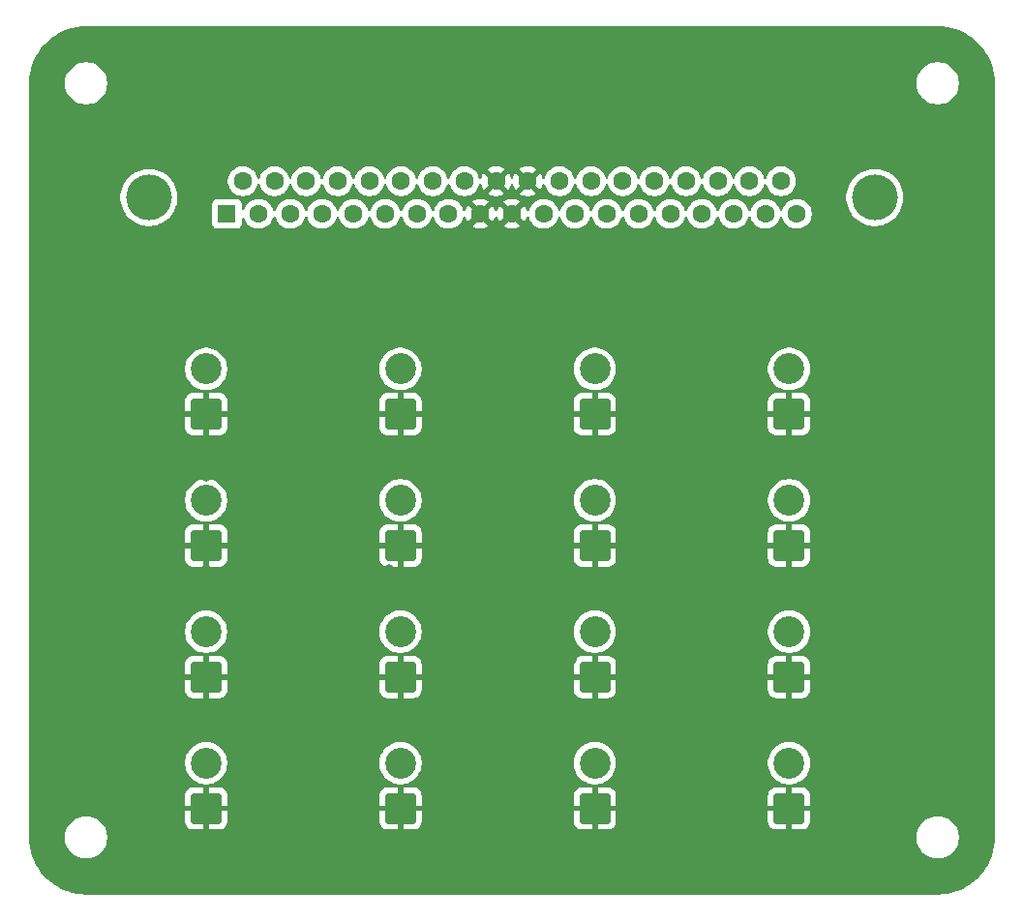
<source format=gbl>
G04 #@! TF.GenerationSoftware,KiCad,Pcbnew,9.0.5*
G04 #@! TF.CreationDate,2025-10-19T17:42:20-05:00*
G04 #@! TF.ProjectId,Digital IO Board Rev B,44696769-7461-46c2-9049-4f20426f6172,rev?*
G04 #@! TF.SameCoordinates,Original*
G04 #@! TF.FileFunction,Copper,L2,Bot*
G04 #@! TF.FilePolarity,Positive*
%FSLAX46Y46*%
G04 Gerber Fmt 4.6, Leading zero omitted, Abs format (unit mm)*
G04 Created by KiCad (PCBNEW 9.0.5) date 2025-10-19 17:42:20*
%MOMM*%
%LPD*%
G01*
G04 APERTURE LIST*
G04 Aperture macros list*
%AMRoundRect*
0 Rectangle with rounded corners*
0 $1 Rounding radius*
0 $2 $3 $4 $5 $6 $7 $8 $9 X,Y pos of 4 corners*
0 Add a 4 corners polygon primitive as box body*
4,1,4,$2,$3,$4,$5,$6,$7,$8,$9,$2,$3,0*
0 Add four circle primitives for the rounded corners*
1,1,$1+$1,$2,$3*
1,1,$1+$1,$4,$5*
1,1,$1+$1,$6,$7*
1,1,$1+$1,$8,$9*
0 Add four rect primitives between the rounded corners*
20,1,$1+$1,$2,$3,$4,$5,0*
20,1,$1+$1,$4,$5,$6,$7,0*
20,1,$1+$1,$6,$7,$8,$9,0*
20,1,$1+$1,$8,$9,$2,$3,0*%
G04 Aperture macros list end*
G04 #@! TA.AperFunction,ComponentPad*
%ADD10RoundRect,0.250001X1.099999X-1.099999X1.099999X1.099999X-1.099999X1.099999X-1.099999X-1.099999X0*%
G04 #@! TD*
G04 #@! TA.AperFunction,ComponentPad*
%ADD11C,2.700000*%
G04 #@! TD*
G04 #@! TA.AperFunction,ComponentPad*
%ADD12C,4.000000*%
G04 #@! TD*
G04 #@! TA.AperFunction,ComponentPad*
%ADD13R,1.600000X1.600000*%
G04 #@! TD*
G04 #@! TA.AperFunction,ComponentPad*
%ADD14C,1.600000*%
G04 #@! TD*
G04 #@! TA.AperFunction,ViaPad*
%ADD15C,0.800000*%
G04 #@! TD*
G04 APERTURE END LIST*
D10*
X139000000Y-91960000D03*
D11*
X139000000Y-88000000D03*
D10*
X156000000Y-68960000D03*
D11*
X156000000Y-65000000D03*
D10*
X156000000Y-103460000D03*
D11*
X156000000Y-99500000D03*
D10*
X122000000Y-68960000D03*
D11*
X122000000Y-65000000D03*
D10*
X105000000Y-68960000D03*
D11*
X105000000Y-65000000D03*
D10*
X156000000Y-80460000D03*
D11*
X156000000Y-76500000D03*
D12*
X163500000Y-50000000D03*
X100000000Y-50000000D03*
D13*
X106820000Y-51420000D03*
D14*
X109590000Y-51420000D03*
X112360000Y-51420000D03*
X115130000Y-51420000D03*
X117900000Y-51420000D03*
X120670000Y-51420000D03*
X123440000Y-51420000D03*
X126210000Y-51420000D03*
X128980000Y-51420000D03*
X131750000Y-51420000D03*
X134520000Y-51420000D03*
X137290000Y-51420000D03*
X140060000Y-51420000D03*
X142830000Y-51420000D03*
X145600000Y-51420000D03*
X148370000Y-51420000D03*
X151140000Y-51420000D03*
X153910000Y-51420000D03*
X156680000Y-51420000D03*
X108205000Y-48580000D03*
X110975000Y-48580000D03*
X113745000Y-48580000D03*
X116515000Y-48580000D03*
X119285000Y-48580000D03*
X122055000Y-48580000D03*
X124825000Y-48580000D03*
X127595000Y-48580000D03*
X130365000Y-48580000D03*
X133135000Y-48580000D03*
X135905000Y-48580000D03*
X138675000Y-48580000D03*
X141445000Y-48580000D03*
X144215000Y-48580000D03*
X146985000Y-48580000D03*
X149755000Y-48580000D03*
X152525000Y-48580000D03*
X155295000Y-48580000D03*
D10*
X105000000Y-103460000D03*
D11*
X105000000Y-99500000D03*
D10*
X139000000Y-80460000D03*
D11*
X139000000Y-76500000D03*
D10*
X139000000Y-68960000D03*
D11*
X139000000Y-65000000D03*
D10*
X105000000Y-91960000D03*
D11*
X105000000Y-88000000D03*
D10*
X105000000Y-80460000D03*
D11*
X105000000Y-76500000D03*
D10*
X139000000Y-103460000D03*
D11*
X139000000Y-99500000D03*
D10*
X122000000Y-80460000D03*
D11*
X122000000Y-76500000D03*
D10*
X156000000Y-91960000D03*
D11*
X156000000Y-88000000D03*
D10*
X122000000Y-103460000D03*
D11*
X122000000Y-99500000D03*
D10*
X122000000Y-91960000D03*
D11*
X122000000Y-88000000D03*
D15*
X97000000Y-50500000D03*
X129000000Y-58500000D03*
X129000000Y-82500000D03*
X121000000Y-106500000D03*
X113000000Y-90500000D03*
X129000000Y-42500000D03*
X137000000Y-74500000D03*
X105000000Y-58500000D03*
X97000000Y-98500000D03*
X137000000Y-90500000D03*
X145000000Y-42500000D03*
X97000000Y-58500000D03*
X161000000Y-106500000D03*
X161000000Y-98500000D03*
X113000000Y-82500000D03*
X105000000Y-106500000D03*
X153000000Y-90500000D03*
X97000000Y-90500000D03*
X161000000Y-82500000D03*
X161000000Y-90500000D03*
X137000000Y-66500000D03*
X113000000Y-98500000D03*
X169000000Y-66500000D03*
X129000000Y-98500000D03*
X153000000Y-98500000D03*
X105000000Y-42500000D03*
X161000000Y-74500000D03*
X113000000Y-58500000D03*
X97000000Y-42500000D03*
X97000000Y-66500000D03*
X113000000Y-42500000D03*
X105000000Y-74500000D03*
X169000000Y-90500000D03*
X129000000Y-66500000D03*
X121000000Y-82500000D03*
X169000000Y-50500000D03*
X137000000Y-82500000D03*
X161000000Y-42500000D03*
X137000000Y-98500000D03*
X137000000Y-58500000D03*
X121000000Y-42500000D03*
X153000000Y-82500000D03*
X161000000Y-66500000D03*
X137000000Y-42500000D03*
X169000000Y-98500000D03*
X145000000Y-98500000D03*
X97000000Y-106500000D03*
X105000000Y-50500000D03*
X169000000Y-58500000D03*
X169000000Y-82500000D03*
X129000000Y-90500000D03*
X113000000Y-106500000D03*
X129000000Y-106500000D03*
X153000000Y-106500000D03*
X97000000Y-74500000D03*
X161000000Y-58500000D03*
X129000000Y-74500000D03*
X97000000Y-82500000D03*
X113000000Y-66500000D03*
X105000000Y-82500000D03*
X145000000Y-106500000D03*
X169000000Y-42500000D03*
X137000000Y-106500000D03*
X169000000Y-74500000D03*
X153000000Y-42500000D03*
X113000000Y-74500000D03*
G04 #@! TA.AperFunction,Conductor*
G36*
X169002562Y-35000605D02*
G01*
X169407746Y-35017364D01*
X169417919Y-35018207D01*
X169817817Y-35068054D01*
X169827901Y-35069737D01*
X170222294Y-35152432D01*
X170232208Y-35154942D01*
X170618436Y-35269928D01*
X170628104Y-35273247D01*
X171003502Y-35419728D01*
X171012887Y-35423845D01*
X171374880Y-35600813D01*
X171383894Y-35605690D01*
X171730070Y-35811966D01*
X171738638Y-35817564D01*
X172066593Y-36051719D01*
X172074674Y-36058010D01*
X172382155Y-36318433D01*
X172389695Y-36325374D01*
X172674625Y-36610304D01*
X172681566Y-36617844D01*
X172941989Y-36925325D01*
X172948284Y-36933412D01*
X173182431Y-37261355D01*
X173188037Y-37269935D01*
X173394309Y-37616105D01*
X173399186Y-37625119D01*
X173576154Y-37987112D01*
X173580271Y-37996497D01*
X173726747Y-38371883D01*
X173730075Y-38381576D01*
X173845053Y-38767778D01*
X173847569Y-38777714D01*
X173930260Y-39172089D01*
X173931947Y-39182197D01*
X173981790Y-39582059D01*
X173982636Y-39592273D01*
X173999394Y-39997437D01*
X173999500Y-40002561D01*
X173999500Y-105997438D01*
X173999394Y-106002562D01*
X173982636Y-106407726D01*
X173981790Y-106417940D01*
X173931947Y-106817802D01*
X173930260Y-106827910D01*
X173847569Y-107222285D01*
X173845053Y-107232221D01*
X173730075Y-107618423D01*
X173726747Y-107628116D01*
X173580271Y-108003502D01*
X173576154Y-108012887D01*
X173399186Y-108374880D01*
X173394309Y-108383894D01*
X173188037Y-108730064D01*
X173182431Y-108738644D01*
X172948284Y-109066587D01*
X172941989Y-109074674D01*
X172681566Y-109382155D01*
X172674625Y-109389695D01*
X172389695Y-109674625D01*
X172382155Y-109681566D01*
X172074674Y-109941989D01*
X172066587Y-109948284D01*
X171738644Y-110182431D01*
X171730064Y-110188037D01*
X171383894Y-110394309D01*
X171374880Y-110399186D01*
X171012887Y-110576154D01*
X171003502Y-110580271D01*
X170628116Y-110726747D01*
X170618423Y-110730075D01*
X170232221Y-110845053D01*
X170222285Y-110847569D01*
X169827910Y-110930260D01*
X169817802Y-110931947D01*
X169417940Y-110981790D01*
X169407726Y-110982636D01*
X169002563Y-110999394D01*
X168997439Y-110999500D01*
X94502561Y-110999500D01*
X94497437Y-110999394D01*
X94092273Y-110982636D01*
X94082059Y-110981790D01*
X93682197Y-110931947D01*
X93672089Y-110930260D01*
X93277714Y-110847569D01*
X93267778Y-110845053D01*
X92881576Y-110730075D01*
X92871883Y-110726747D01*
X92496497Y-110580271D01*
X92487112Y-110576154D01*
X92125119Y-110399186D01*
X92116105Y-110394309D01*
X91769935Y-110188037D01*
X91761355Y-110182431D01*
X91433412Y-109948284D01*
X91425325Y-109941989D01*
X91117844Y-109681566D01*
X91110304Y-109674625D01*
X90825374Y-109389695D01*
X90818433Y-109382155D01*
X90558010Y-109074674D01*
X90551715Y-109066587D01*
X90317568Y-108738644D01*
X90311962Y-108730064D01*
X90105690Y-108383894D01*
X90100813Y-108374880D01*
X89923845Y-108012887D01*
X89919728Y-108003502D01*
X89773247Y-107628104D01*
X89769928Y-107618436D01*
X89654942Y-107232208D01*
X89652430Y-107222285D01*
X89569739Y-106827910D01*
X89568054Y-106817817D01*
X89518207Y-106417919D01*
X89517364Y-106407746D01*
X89500606Y-106002562D01*
X89500500Y-105997438D01*
X89500500Y-105878711D01*
X92649500Y-105878711D01*
X92649500Y-106121288D01*
X92681161Y-106361785D01*
X92743947Y-106596104D01*
X92789396Y-106705827D01*
X92836776Y-106820212D01*
X92958064Y-107030289D01*
X92958066Y-107030292D01*
X92958067Y-107030293D01*
X93105733Y-107222736D01*
X93105739Y-107222743D01*
X93277256Y-107394260D01*
X93277262Y-107394265D01*
X93469711Y-107541936D01*
X93679788Y-107663224D01*
X93903900Y-107756054D01*
X94138211Y-107818838D01*
X94318586Y-107842584D01*
X94378711Y-107850500D01*
X94378712Y-107850500D01*
X94621289Y-107850500D01*
X94669388Y-107844167D01*
X94861789Y-107818838D01*
X95096100Y-107756054D01*
X95320212Y-107663224D01*
X95530289Y-107541936D01*
X95722738Y-107394265D01*
X95894265Y-107222738D01*
X96041936Y-107030289D01*
X96163224Y-106820212D01*
X96256054Y-106596100D01*
X96318838Y-106361789D01*
X96350500Y-106121288D01*
X96350500Y-105878712D01*
X96350500Y-105878711D01*
X167149500Y-105878711D01*
X167149500Y-106121288D01*
X167181161Y-106361785D01*
X167243947Y-106596104D01*
X167289396Y-106705827D01*
X167336776Y-106820212D01*
X167458064Y-107030289D01*
X167458066Y-107030292D01*
X167458067Y-107030293D01*
X167605733Y-107222736D01*
X167605739Y-107222743D01*
X167777256Y-107394260D01*
X167777262Y-107394265D01*
X167969711Y-107541936D01*
X168179788Y-107663224D01*
X168403900Y-107756054D01*
X168638211Y-107818838D01*
X168818586Y-107842584D01*
X168878711Y-107850500D01*
X168878712Y-107850500D01*
X169121289Y-107850500D01*
X169169388Y-107844167D01*
X169361789Y-107818838D01*
X169596100Y-107756054D01*
X169820212Y-107663224D01*
X170030289Y-107541936D01*
X170222738Y-107394265D01*
X170394265Y-107222738D01*
X170541936Y-107030289D01*
X170663224Y-106820212D01*
X170756054Y-106596100D01*
X170818838Y-106361789D01*
X170850500Y-106121288D01*
X170850500Y-105878712D01*
X170818838Y-105638211D01*
X170756054Y-105403900D01*
X170663224Y-105179788D01*
X170541936Y-104969711D01*
X170394265Y-104777262D01*
X170394260Y-104777256D01*
X170222743Y-104605739D01*
X170222736Y-104605733D01*
X170030293Y-104458067D01*
X170030292Y-104458066D01*
X170030289Y-104458064D01*
X169820212Y-104336776D01*
X169755569Y-104310000D01*
X169596104Y-104243947D01*
X169361785Y-104181161D01*
X169121289Y-104149500D01*
X169121288Y-104149500D01*
X168878712Y-104149500D01*
X168878711Y-104149500D01*
X168638214Y-104181161D01*
X168403895Y-104243947D01*
X168179794Y-104336773D01*
X168179785Y-104336777D01*
X167969706Y-104458067D01*
X167777263Y-104605733D01*
X167777256Y-104605739D01*
X167605739Y-104777256D01*
X167605733Y-104777263D01*
X167458067Y-104969706D01*
X167336777Y-105179785D01*
X167336773Y-105179794D01*
X167243947Y-105403895D01*
X167181161Y-105638214D01*
X167149500Y-105878711D01*
X96350500Y-105878711D01*
X96318838Y-105638211D01*
X96256054Y-105403900D01*
X96163224Y-105179788D01*
X96041936Y-104969711D01*
X95894265Y-104777262D01*
X95894260Y-104777256D01*
X95722743Y-104605739D01*
X95722736Y-104605733D01*
X95530293Y-104458067D01*
X95530292Y-104458066D01*
X95530289Y-104458064D01*
X95320212Y-104336776D01*
X95255569Y-104310000D01*
X95096104Y-104243947D01*
X94861785Y-104181161D01*
X94621289Y-104149500D01*
X94621288Y-104149500D01*
X94378712Y-104149500D01*
X94378711Y-104149500D01*
X94138214Y-104181161D01*
X93903895Y-104243947D01*
X93679794Y-104336773D01*
X93679785Y-104336777D01*
X93469706Y-104458067D01*
X93277263Y-104605733D01*
X93277256Y-104605739D01*
X93105739Y-104777256D01*
X93105733Y-104777263D01*
X92958067Y-104969706D01*
X92836777Y-105179785D01*
X92836773Y-105179794D01*
X92743947Y-105403895D01*
X92681161Y-105638214D01*
X92649500Y-105878711D01*
X89500500Y-105878711D01*
X89500500Y-102310014D01*
X103150000Y-102310014D01*
X103150000Y-103210000D01*
X104183520Y-103210000D01*
X104182665Y-103212064D01*
X104150000Y-103376282D01*
X104150000Y-103543718D01*
X104182665Y-103707936D01*
X104183520Y-103710000D01*
X103150000Y-103710000D01*
X103150000Y-104609985D01*
X103160493Y-104712689D01*
X103160494Y-104712696D01*
X103215641Y-104879118D01*
X103215643Y-104879123D01*
X103307684Y-105028344D01*
X103431655Y-105152315D01*
X103580876Y-105244356D01*
X103580881Y-105244358D01*
X103747303Y-105299505D01*
X103747310Y-105299506D01*
X103850014Y-105309999D01*
X103850027Y-105310000D01*
X104750000Y-105310000D01*
X104750000Y-104276480D01*
X104752064Y-104277335D01*
X104916282Y-104310000D01*
X105083718Y-104310000D01*
X105247936Y-104277335D01*
X105250000Y-104276480D01*
X105250000Y-105310000D01*
X106149973Y-105310000D01*
X106149985Y-105309999D01*
X106252689Y-105299506D01*
X106252696Y-105299505D01*
X106419118Y-105244358D01*
X106419123Y-105244356D01*
X106568344Y-105152315D01*
X106692315Y-105028344D01*
X106784356Y-104879123D01*
X106784358Y-104879118D01*
X106839505Y-104712696D01*
X106839506Y-104712689D01*
X106849999Y-104609985D01*
X106850000Y-104609972D01*
X106850000Y-103710000D01*
X105816480Y-103710000D01*
X105817335Y-103707936D01*
X105850000Y-103543718D01*
X105850000Y-103376282D01*
X105817335Y-103212064D01*
X105816480Y-103210000D01*
X106850000Y-103210000D01*
X106850000Y-102310027D01*
X106849999Y-102310014D01*
X120150000Y-102310014D01*
X120150000Y-103210000D01*
X121183520Y-103210000D01*
X121182665Y-103212064D01*
X121150000Y-103376282D01*
X121150000Y-103543718D01*
X121182665Y-103707936D01*
X121183520Y-103710000D01*
X120150000Y-103710000D01*
X120150000Y-104609985D01*
X120160493Y-104712689D01*
X120160494Y-104712696D01*
X120215641Y-104879118D01*
X120215643Y-104879123D01*
X120307684Y-105028344D01*
X120431655Y-105152315D01*
X120580876Y-105244356D01*
X120580881Y-105244358D01*
X120747303Y-105299505D01*
X120747310Y-105299506D01*
X120850014Y-105309999D01*
X120850027Y-105310000D01*
X121750000Y-105310000D01*
X121750000Y-104276480D01*
X121752064Y-104277335D01*
X121916282Y-104310000D01*
X122083718Y-104310000D01*
X122247936Y-104277335D01*
X122250000Y-104276480D01*
X122250000Y-105310000D01*
X123149973Y-105310000D01*
X123149985Y-105309999D01*
X123252689Y-105299506D01*
X123252696Y-105299505D01*
X123419118Y-105244358D01*
X123419123Y-105244356D01*
X123568344Y-105152315D01*
X123692315Y-105028344D01*
X123784356Y-104879123D01*
X123784358Y-104879118D01*
X123839505Y-104712696D01*
X123839506Y-104712689D01*
X123849999Y-104609985D01*
X123850000Y-104609972D01*
X123850000Y-103710000D01*
X122816480Y-103710000D01*
X122817335Y-103707936D01*
X122850000Y-103543718D01*
X122850000Y-103376282D01*
X122817335Y-103212064D01*
X122816480Y-103210000D01*
X123850000Y-103210000D01*
X123850000Y-102310027D01*
X123849999Y-102310014D01*
X137150000Y-102310014D01*
X137150000Y-103210000D01*
X138183520Y-103210000D01*
X138182665Y-103212064D01*
X138150000Y-103376282D01*
X138150000Y-103543718D01*
X138182665Y-103707936D01*
X138183520Y-103710000D01*
X137150000Y-103710000D01*
X137150000Y-104609985D01*
X137160493Y-104712689D01*
X137160494Y-104712696D01*
X137215641Y-104879118D01*
X137215643Y-104879123D01*
X137307684Y-105028344D01*
X137431655Y-105152315D01*
X137580876Y-105244356D01*
X137580881Y-105244358D01*
X137747303Y-105299505D01*
X137747310Y-105299506D01*
X137850014Y-105309999D01*
X137850027Y-105310000D01*
X138750000Y-105310000D01*
X138750000Y-104276480D01*
X138752064Y-104277335D01*
X138916282Y-104310000D01*
X139083718Y-104310000D01*
X139247936Y-104277335D01*
X139250000Y-104276480D01*
X139250000Y-105310000D01*
X140149973Y-105310000D01*
X140149985Y-105309999D01*
X140252689Y-105299506D01*
X140252696Y-105299505D01*
X140419118Y-105244358D01*
X140419123Y-105244356D01*
X140568344Y-105152315D01*
X140692315Y-105028344D01*
X140784356Y-104879123D01*
X140784358Y-104879118D01*
X140839505Y-104712696D01*
X140839506Y-104712689D01*
X140849999Y-104609985D01*
X140850000Y-104609972D01*
X140850000Y-103710000D01*
X139816480Y-103710000D01*
X139817335Y-103707936D01*
X139850000Y-103543718D01*
X139850000Y-103376282D01*
X139817335Y-103212064D01*
X139816480Y-103210000D01*
X140850000Y-103210000D01*
X140850000Y-102310027D01*
X140849999Y-102310014D01*
X154150000Y-102310014D01*
X154150000Y-103210000D01*
X155183520Y-103210000D01*
X155182665Y-103212064D01*
X155150000Y-103376282D01*
X155150000Y-103543718D01*
X155182665Y-103707936D01*
X155183520Y-103710000D01*
X154150000Y-103710000D01*
X154150000Y-104609985D01*
X154160493Y-104712689D01*
X154160494Y-104712696D01*
X154215641Y-104879118D01*
X154215643Y-104879123D01*
X154307684Y-105028344D01*
X154431655Y-105152315D01*
X154580876Y-105244356D01*
X154580881Y-105244358D01*
X154747303Y-105299505D01*
X154747310Y-105299506D01*
X154850014Y-105309999D01*
X154850027Y-105310000D01*
X155750000Y-105310000D01*
X155750000Y-104276480D01*
X155752064Y-104277335D01*
X155916282Y-104310000D01*
X156083718Y-104310000D01*
X156247936Y-104277335D01*
X156250000Y-104276480D01*
X156250000Y-105310000D01*
X157149973Y-105310000D01*
X157149985Y-105309999D01*
X157252689Y-105299506D01*
X157252696Y-105299505D01*
X157419118Y-105244358D01*
X157419123Y-105244356D01*
X157568344Y-105152315D01*
X157692315Y-105028344D01*
X157784356Y-104879123D01*
X157784358Y-104879118D01*
X157839505Y-104712696D01*
X157839506Y-104712689D01*
X157849999Y-104609985D01*
X157850000Y-104609972D01*
X157850000Y-103710000D01*
X156816480Y-103710000D01*
X156817335Y-103707936D01*
X156850000Y-103543718D01*
X156850000Y-103376282D01*
X156817335Y-103212064D01*
X156816480Y-103210000D01*
X157850000Y-103210000D01*
X157850000Y-102310027D01*
X157849999Y-102310014D01*
X157839506Y-102207310D01*
X157839505Y-102207303D01*
X157784358Y-102040881D01*
X157784356Y-102040876D01*
X157692315Y-101891655D01*
X157568344Y-101767684D01*
X157419123Y-101675643D01*
X157419118Y-101675641D01*
X157252696Y-101620494D01*
X157252689Y-101620493D01*
X157149985Y-101610000D01*
X156250000Y-101610000D01*
X156250000Y-102643519D01*
X156247936Y-102642665D01*
X156083718Y-102610000D01*
X155916282Y-102610000D01*
X155752064Y-102642665D01*
X155750000Y-102643519D01*
X155750000Y-101610000D01*
X154850014Y-101610000D01*
X154747310Y-101620493D01*
X154747303Y-101620494D01*
X154580881Y-101675641D01*
X154580876Y-101675643D01*
X154431655Y-101767684D01*
X154307684Y-101891655D01*
X154215643Y-102040876D01*
X154215641Y-102040881D01*
X154160494Y-102207303D01*
X154160493Y-102207310D01*
X154150000Y-102310014D01*
X140849999Y-102310014D01*
X140839506Y-102207310D01*
X140839505Y-102207303D01*
X140784358Y-102040881D01*
X140784356Y-102040876D01*
X140692315Y-101891655D01*
X140568344Y-101767684D01*
X140419123Y-101675643D01*
X140419118Y-101675641D01*
X140252696Y-101620494D01*
X140252689Y-101620493D01*
X140149985Y-101610000D01*
X139250000Y-101610000D01*
X139250000Y-102643519D01*
X139247936Y-102642665D01*
X139083718Y-102610000D01*
X138916282Y-102610000D01*
X138752064Y-102642665D01*
X138750000Y-102643519D01*
X138750000Y-101610000D01*
X137850014Y-101610000D01*
X137747310Y-101620493D01*
X137747303Y-101620494D01*
X137580881Y-101675641D01*
X137580876Y-101675643D01*
X137431655Y-101767684D01*
X137307684Y-101891655D01*
X137215643Y-102040876D01*
X137215641Y-102040881D01*
X137160494Y-102207303D01*
X137160493Y-102207310D01*
X137150000Y-102310014D01*
X123849999Y-102310014D01*
X123839506Y-102207310D01*
X123839505Y-102207303D01*
X123784358Y-102040881D01*
X123784356Y-102040876D01*
X123692315Y-101891655D01*
X123568344Y-101767684D01*
X123419123Y-101675643D01*
X123419118Y-101675641D01*
X123252696Y-101620494D01*
X123252689Y-101620493D01*
X123149985Y-101610000D01*
X122250000Y-101610000D01*
X122250000Y-102643519D01*
X122247936Y-102642665D01*
X122083718Y-102610000D01*
X121916282Y-102610000D01*
X121752064Y-102642665D01*
X121750000Y-102643519D01*
X121750000Y-101610000D01*
X120850014Y-101610000D01*
X120747310Y-101620493D01*
X120747303Y-101620494D01*
X120580881Y-101675641D01*
X120580876Y-101675643D01*
X120431655Y-101767684D01*
X120307684Y-101891655D01*
X120215643Y-102040876D01*
X120215641Y-102040881D01*
X120160494Y-102207303D01*
X120160493Y-102207310D01*
X120150000Y-102310014D01*
X106849999Y-102310014D01*
X106839506Y-102207310D01*
X106839505Y-102207303D01*
X106784358Y-102040881D01*
X106784356Y-102040876D01*
X106692315Y-101891655D01*
X106568344Y-101767684D01*
X106419123Y-101675643D01*
X106419118Y-101675641D01*
X106252696Y-101620494D01*
X106252689Y-101620493D01*
X106149985Y-101610000D01*
X105250000Y-101610000D01*
X105250000Y-102643519D01*
X105247936Y-102642665D01*
X105083718Y-102610000D01*
X104916282Y-102610000D01*
X104752064Y-102642665D01*
X104750000Y-102643519D01*
X104750000Y-101610000D01*
X103850014Y-101610000D01*
X103747310Y-101620493D01*
X103747303Y-101620494D01*
X103580881Y-101675641D01*
X103580876Y-101675643D01*
X103431655Y-101767684D01*
X103307684Y-101891655D01*
X103215643Y-102040876D01*
X103215641Y-102040881D01*
X103160494Y-102207303D01*
X103160493Y-102207310D01*
X103150000Y-102310014D01*
X89500500Y-102310014D01*
X89500500Y-99378711D01*
X103149500Y-99378711D01*
X103149500Y-99621288D01*
X103181161Y-99861785D01*
X103243947Y-100096104D01*
X103336773Y-100320205D01*
X103336776Y-100320212D01*
X103458064Y-100530289D01*
X103458066Y-100530292D01*
X103458067Y-100530293D01*
X103605733Y-100722736D01*
X103605739Y-100722743D01*
X103777256Y-100894260D01*
X103777262Y-100894265D01*
X103969711Y-101041936D01*
X104179788Y-101163224D01*
X104403900Y-101256054D01*
X104638211Y-101318838D01*
X104818586Y-101342584D01*
X104878711Y-101350500D01*
X104878712Y-101350500D01*
X105121289Y-101350500D01*
X105169388Y-101344167D01*
X105361789Y-101318838D01*
X105596100Y-101256054D01*
X105820212Y-101163224D01*
X106030289Y-101041936D01*
X106222738Y-100894265D01*
X106394265Y-100722738D01*
X106541936Y-100530289D01*
X106663224Y-100320212D01*
X106756054Y-100096100D01*
X106818838Y-99861789D01*
X106850500Y-99621288D01*
X106850500Y-99378712D01*
X106850500Y-99378711D01*
X120149500Y-99378711D01*
X120149500Y-99621288D01*
X120181161Y-99861785D01*
X120243947Y-100096104D01*
X120336773Y-100320205D01*
X120336776Y-100320212D01*
X120458064Y-100530289D01*
X120458066Y-100530292D01*
X120458067Y-100530293D01*
X120605733Y-100722736D01*
X120605739Y-100722743D01*
X120777256Y-100894260D01*
X120777262Y-100894265D01*
X120969711Y-101041936D01*
X121179788Y-101163224D01*
X121403900Y-101256054D01*
X121638211Y-101318838D01*
X121818586Y-101342584D01*
X121878711Y-101350500D01*
X121878712Y-101350500D01*
X122121289Y-101350500D01*
X122169388Y-101344167D01*
X122361789Y-101318838D01*
X122596100Y-101256054D01*
X122820212Y-101163224D01*
X123030289Y-101041936D01*
X123222738Y-100894265D01*
X123394265Y-100722738D01*
X123541936Y-100530289D01*
X123663224Y-100320212D01*
X123756054Y-100096100D01*
X123818838Y-99861789D01*
X123850500Y-99621288D01*
X123850500Y-99378712D01*
X123850500Y-99378711D01*
X137149500Y-99378711D01*
X137149500Y-99621288D01*
X137181161Y-99861785D01*
X137243947Y-100096104D01*
X137336773Y-100320205D01*
X137336776Y-100320212D01*
X137458064Y-100530289D01*
X137458066Y-100530292D01*
X137458067Y-100530293D01*
X137605733Y-100722736D01*
X137605739Y-100722743D01*
X137777256Y-100894260D01*
X137777262Y-100894265D01*
X137969711Y-101041936D01*
X138179788Y-101163224D01*
X138403900Y-101256054D01*
X138638211Y-101318838D01*
X138818586Y-101342584D01*
X138878711Y-101350500D01*
X138878712Y-101350500D01*
X139121289Y-101350500D01*
X139169388Y-101344167D01*
X139361789Y-101318838D01*
X139596100Y-101256054D01*
X139820212Y-101163224D01*
X140030289Y-101041936D01*
X140222738Y-100894265D01*
X140394265Y-100722738D01*
X140541936Y-100530289D01*
X140663224Y-100320212D01*
X140756054Y-100096100D01*
X140818838Y-99861789D01*
X140850500Y-99621288D01*
X140850500Y-99378712D01*
X140850500Y-99378711D01*
X154149500Y-99378711D01*
X154149500Y-99621288D01*
X154181161Y-99861785D01*
X154243947Y-100096104D01*
X154336773Y-100320205D01*
X154336776Y-100320212D01*
X154458064Y-100530289D01*
X154458066Y-100530292D01*
X154458067Y-100530293D01*
X154605733Y-100722736D01*
X154605739Y-100722743D01*
X154777256Y-100894260D01*
X154777262Y-100894265D01*
X154969711Y-101041936D01*
X155179788Y-101163224D01*
X155403900Y-101256054D01*
X155638211Y-101318838D01*
X155818586Y-101342584D01*
X155878711Y-101350500D01*
X155878712Y-101350500D01*
X156121289Y-101350500D01*
X156169388Y-101344167D01*
X156361789Y-101318838D01*
X156596100Y-101256054D01*
X156820212Y-101163224D01*
X157030289Y-101041936D01*
X157222738Y-100894265D01*
X157394265Y-100722738D01*
X157541936Y-100530289D01*
X157663224Y-100320212D01*
X157756054Y-100096100D01*
X157818838Y-99861789D01*
X157850500Y-99621288D01*
X157850500Y-99378712D01*
X157818838Y-99138211D01*
X157756054Y-98903900D01*
X157663224Y-98679788D01*
X157541936Y-98469711D01*
X157394265Y-98277262D01*
X157394260Y-98277256D01*
X157222743Y-98105739D01*
X157222736Y-98105733D01*
X157030293Y-97958067D01*
X157030292Y-97958066D01*
X157030289Y-97958064D01*
X156820212Y-97836776D01*
X156820205Y-97836773D01*
X156596104Y-97743947D01*
X156361785Y-97681161D01*
X156121289Y-97649500D01*
X156121288Y-97649500D01*
X155878712Y-97649500D01*
X155878711Y-97649500D01*
X155638214Y-97681161D01*
X155403895Y-97743947D01*
X155179794Y-97836773D01*
X155179785Y-97836777D01*
X154969706Y-97958067D01*
X154777263Y-98105733D01*
X154777256Y-98105739D01*
X154605739Y-98277256D01*
X154605733Y-98277263D01*
X154458067Y-98469706D01*
X154336777Y-98679785D01*
X154336773Y-98679794D01*
X154243947Y-98903895D01*
X154181161Y-99138214D01*
X154149500Y-99378711D01*
X140850500Y-99378711D01*
X140818838Y-99138211D01*
X140756054Y-98903900D01*
X140663224Y-98679788D01*
X140541936Y-98469711D01*
X140394265Y-98277262D01*
X140394260Y-98277256D01*
X140222743Y-98105739D01*
X140222736Y-98105733D01*
X140030293Y-97958067D01*
X140030292Y-97958066D01*
X140030289Y-97958064D01*
X139820212Y-97836776D01*
X139820205Y-97836773D01*
X139596104Y-97743947D01*
X139361785Y-97681161D01*
X139121289Y-97649500D01*
X139121288Y-97649500D01*
X138878712Y-97649500D01*
X138878711Y-97649500D01*
X138638214Y-97681161D01*
X138403895Y-97743947D01*
X138179794Y-97836773D01*
X138179785Y-97836777D01*
X137969706Y-97958067D01*
X137777263Y-98105733D01*
X137777256Y-98105739D01*
X137605739Y-98277256D01*
X137605733Y-98277263D01*
X137458067Y-98469706D01*
X137336777Y-98679785D01*
X137336773Y-98679794D01*
X137243947Y-98903895D01*
X137181161Y-99138214D01*
X137149500Y-99378711D01*
X123850500Y-99378711D01*
X123818838Y-99138211D01*
X123756054Y-98903900D01*
X123663224Y-98679788D01*
X123541936Y-98469711D01*
X123394265Y-98277262D01*
X123394260Y-98277256D01*
X123222743Y-98105739D01*
X123222736Y-98105733D01*
X123030293Y-97958067D01*
X123030292Y-97958066D01*
X123030289Y-97958064D01*
X122820212Y-97836776D01*
X122820205Y-97836773D01*
X122596104Y-97743947D01*
X122361785Y-97681161D01*
X122121289Y-97649500D01*
X122121288Y-97649500D01*
X121878712Y-97649500D01*
X121878711Y-97649500D01*
X121638214Y-97681161D01*
X121403895Y-97743947D01*
X121179794Y-97836773D01*
X121179785Y-97836777D01*
X120969706Y-97958067D01*
X120777263Y-98105733D01*
X120777256Y-98105739D01*
X120605739Y-98277256D01*
X120605733Y-98277263D01*
X120458067Y-98469706D01*
X120336777Y-98679785D01*
X120336773Y-98679794D01*
X120243947Y-98903895D01*
X120181161Y-99138214D01*
X120149500Y-99378711D01*
X106850500Y-99378711D01*
X106818838Y-99138211D01*
X106756054Y-98903900D01*
X106663224Y-98679788D01*
X106541936Y-98469711D01*
X106394265Y-98277262D01*
X106394260Y-98277256D01*
X106222743Y-98105739D01*
X106222736Y-98105733D01*
X106030293Y-97958067D01*
X106030292Y-97958066D01*
X106030289Y-97958064D01*
X105820212Y-97836776D01*
X105820205Y-97836773D01*
X105596104Y-97743947D01*
X105361785Y-97681161D01*
X105121289Y-97649500D01*
X105121288Y-97649500D01*
X104878712Y-97649500D01*
X104878711Y-97649500D01*
X104638214Y-97681161D01*
X104403895Y-97743947D01*
X104179794Y-97836773D01*
X104179785Y-97836777D01*
X103969706Y-97958067D01*
X103777263Y-98105733D01*
X103777256Y-98105739D01*
X103605739Y-98277256D01*
X103605733Y-98277263D01*
X103458067Y-98469706D01*
X103336777Y-98679785D01*
X103336773Y-98679794D01*
X103243947Y-98903895D01*
X103181161Y-99138214D01*
X103149500Y-99378711D01*
X89500500Y-99378711D01*
X89500500Y-90810014D01*
X103150000Y-90810014D01*
X103150000Y-91710000D01*
X104183520Y-91710000D01*
X104182665Y-91712064D01*
X104150000Y-91876282D01*
X104150000Y-92043718D01*
X104182665Y-92207936D01*
X104183520Y-92210000D01*
X103150000Y-92210000D01*
X103150000Y-93109985D01*
X103160493Y-93212689D01*
X103160494Y-93212696D01*
X103215641Y-93379118D01*
X103215643Y-93379123D01*
X103307684Y-93528344D01*
X103431655Y-93652315D01*
X103580876Y-93744356D01*
X103580881Y-93744358D01*
X103747303Y-93799505D01*
X103747310Y-93799506D01*
X103850014Y-93809999D01*
X103850027Y-93810000D01*
X104750000Y-93810000D01*
X104750000Y-92776480D01*
X104752064Y-92777335D01*
X104916282Y-92810000D01*
X105083718Y-92810000D01*
X105247936Y-92777335D01*
X105250000Y-92776480D01*
X105250000Y-93810000D01*
X106149973Y-93810000D01*
X106149985Y-93809999D01*
X106252689Y-93799506D01*
X106252696Y-93799505D01*
X106419118Y-93744358D01*
X106419123Y-93744356D01*
X106568344Y-93652315D01*
X106692315Y-93528344D01*
X106784356Y-93379123D01*
X106784358Y-93379118D01*
X106839505Y-93212696D01*
X106839506Y-93212689D01*
X106849999Y-93109985D01*
X106850000Y-93109972D01*
X106850000Y-92210000D01*
X105816480Y-92210000D01*
X105817335Y-92207936D01*
X105850000Y-92043718D01*
X105850000Y-91876282D01*
X105817335Y-91712064D01*
X105816480Y-91710000D01*
X106850000Y-91710000D01*
X106850000Y-90810027D01*
X106849999Y-90810014D01*
X120150000Y-90810014D01*
X120150000Y-91710000D01*
X121183520Y-91710000D01*
X121182665Y-91712064D01*
X121150000Y-91876282D01*
X121150000Y-92043718D01*
X121182665Y-92207936D01*
X121183520Y-92210000D01*
X120150000Y-92210000D01*
X120150000Y-93109985D01*
X120160493Y-93212689D01*
X120160494Y-93212696D01*
X120215641Y-93379118D01*
X120215643Y-93379123D01*
X120307684Y-93528344D01*
X120431655Y-93652315D01*
X120580876Y-93744356D01*
X120580881Y-93744358D01*
X120747303Y-93799505D01*
X120747310Y-93799506D01*
X120850014Y-93809999D01*
X120850027Y-93810000D01*
X121750000Y-93810000D01*
X121750000Y-92776480D01*
X121752064Y-92777335D01*
X121916282Y-92810000D01*
X122083718Y-92810000D01*
X122247936Y-92777335D01*
X122250000Y-92776480D01*
X122250000Y-93810000D01*
X123149973Y-93810000D01*
X123149985Y-93809999D01*
X123252689Y-93799506D01*
X123252696Y-93799505D01*
X123419118Y-93744358D01*
X123419123Y-93744356D01*
X123568344Y-93652315D01*
X123692315Y-93528344D01*
X123784356Y-93379123D01*
X123784358Y-93379118D01*
X123839505Y-93212696D01*
X123839506Y-93212689D01*
X123849999Y-93109985D01*
X123850000Y-93109972D01*
X123850000Y-92210000D01*
X122816480Y-92210000D01*
X122817335Y-92207936D01*
X122850000Y-92043718D01*
X122850000Y-91876282D01*
X122817335Y-91712064D01*
X122816480Y-91710000D01*
X123850000Y-91710000D01*
X123850000Y-90810027D01*
X123849999Y-90810014D01*
X137150000Y-90810014D01*
X137150000Y-91710000D01*
X138183520Y-91710000D01*
X138182665Y-91712064D01*
X138150000Y-91876282D01*
X138150000Y-92043718D01*
X138182665Y-92207936D01*
X138183520Y-92210000D01*
X137150000Y-92210000D01*
X137150000Y-93109985D01*
X137160493Y-93212689D01*
X137160494Y-93212696D01*
X137215641Y-93379118D01*
X137215643Y-93379123D01*
X137307684Y-93528344D01*
X137431655Y-93652315D01*
X137580876Y-93744356D01*
X137580881Y-93744358D01*
X137747303Y-93799505D01*
X137747310Y-93799506D01*
X137850014Y-93809999D01*
X137850027Y-93810000D01*
X138750000Y-93810000D01*
X138750000Y-92776480D01*
X138752064Y-92777335D01*
X138916282Y-92810000D01*
X139083718Y-92810000D01*
X139247936Y-92777335D01*
X139250000Y-92776480D01*
X139250000Y-93810000D01*
X140149973Y-93810000D01*
X140149985Y-93809999D01*
X140252689Y-93799506D01*
X140252696Y-93799505D01*
X140419118Y-93744358D01*
X140419123Y-93744356D01*
X140568344Y-93652315D01*
X140692315Y-93528344D01*
X140784356Y-93379123D01*
X140784358Y-93379118D01*
X140839505Y-93212696D01*
X140839506Y-93212689D01*
X140849999Y-93109985D01*
X140850000Y-93109972D01*
X140850000Y-92210000D01*
X139816480Y-92210000D01*
X139817335Y-92207936D01*
X139850000Y-92043718D01*
X139850000Y-91876282D01*
X139817335Y-91712064D01*
X139816480Y-91710000D01*
X140850000Y-91710000D01*
X140850000Y-90810027D01*
X140849999Y-90810014D01*
X154150000Y-90810014D01*
X154150000Y-91710000D01*
X155183520Y-91710000D01*
X155182665Y-91712064D01*
X155150000Y-91876282D01*
X155150000Y-92043718D01*
X155182665Y-92207936D01*
X155183520Y-92210000D01*
X154150000Y-92210000D01*
X154150000Y-93109985D01*
X154160493Y-93212689D01*
X154160494Y-93212696D01*
X154215641Y-93379118D01*
X154215643Y-93379123D01*
X154307684Y-93528344D01*
X154431655Y-93652315D01*
X154580876Y-93744356D01*
X154580881Y-93744358D01*
X154747303Y-93799505D01*
X154747310Y-93799506D01*
X154850014Y-93809999D01*
X154850027Y-93810000D01*
X155750000Y-93810000D01*
X155750000Y-92776480D01*
X155752064Y-92777335D01*
X155916282Y-92810000D01*
X156083718Y-92810000D01*
X156247936Y-92777335D01*
X156250000Y-92776480D01*
X156250000Y-93810000D01*
X157149973Y-93810000D01*
X157149985Y-93809999D01*
X157252689Y-93799506D01*
X157252696Y-93799505D01*
X157419118Y-93744358D01*
X157419123Y-93744356D01*
X157568344Y-93652315D01*
X157692315Y-93528344D01*
X157784356Y-93379123D01*
X157784358Y-93379118D01*
X157839505Y-93212696D01*
X157839506Y-93212689D01*
X157849999Y-93109985D01*
X157850000Y-93109972D01*
X157850000Y-92210000D01*
X156816480Y-92210000D01*
X156817335Y-92207936D01*
X156850000Y-92043718D01*
X156850000Y-91876282D01*
X156817335Y-91712064D01*
X156816480Y-91710000D01*
X157850000Y-91710000D01*
X157850000Y-90810027D01*
X157849999Y-90810014D01*
X157839506Y-90707310D01*
X157839505Y-90707303D01*
X157784358Y-90540881D01*
X157784356Y-90540876D01*
X157692315Y-90391655D01*
X157568344Y-90267684D01*
X157419123Y-90175643D01*
X157419118Y-90175641D01*
X157252696Y-90120494D01*
X157252689Y-90120493D01*
X157149985Y-90110000D01*
X156250000Y-90110000D01*
X156250000Y-91143519D01*
X156247936Y-91142665D01*
X156083718Y-91110000D01*
X155916282Y-91110000D01*
X155752064Y-91142665D01*
X155750000Y-91143519D01*
X155750000Y-90110000D01*
X154850014Y-90110000D01*
X154747310Y-90120493D01*
X154747303Y-90120494D01*
X154580881Y-90175641D01*
X154580876Y-90175643D01*
X154431655Y-90267684D01*
X154307684Y-90391655D01*
X154215643Y-90540876D01*
X154215641Y-90540881D01*
X154160494Y-90707303D01*
X154160493Y-90707310D01*
X154150000Y-90810014D01*
X140849999Y-90810014D01*
X140839506Y-90707310D01*
X140839505Y-90707303D01*
X140784358Y-90540881D01*
X140784356Y-90540876D01*
X140692315Y-90391655D01*
X140568344Y-90267684D01*
X140419123Y-90175643D01*
X140419118Y-90175641D01*
X140252696Y-90120494D01*
X140252689Y-90120493D01*
X140149985Y-90110000D01*
X139250000Y-90110000D01*
X139250000Y-91143519D01*
X139247936Y-91142665D01*
X139083718Y-91110000D01*
X138916282Y-91110000D01*
X138752064Y-91142665D01*
X138750000Y-91143519D01*
X138750000Y-90110000D01*
X137850014Y-90110000D01*
X137747310Y-90120493D01*
X137747303Y-90120494D01*
X137580881Y-90175641D01*
X137580876Y-90175643D01*
X137431655Y-90267684D01*
X137307684Y-90391655D01*
X137215643Y-90540876D01*
X137215641Y-90540881D01*
X137160494Y-90707303D01*
X137160493Y-90707310D01*
X137150000Y-90810014D01*
X123849999Y-90810014D01*
X123839506Y-90707310D01*
X123839505Y-90707303D01*
X123784358Y-90540881D01*
X123784356Y-90540876D01*
X123692315Y-90391655D01*
X123568344Y-90267684D01*
X123419123Y-90175643D01*
X123419118Y-90175641D01*
X123252696Y-90120494D01*
X123252689Y-90120493D01*
X123149985Y-90110000D01*
X122250000Y-90110000D01*
X122250000Y-91143519D01*
X122247936Y-91142665D01*
X122083718Y-91110000D01*
X121916282Y-91110000D01*
X121752064Y-91142665D01*
X121750000Y-91143519D01*
X121750000Y-90110000D01*
X120850014Y-90110000D01*
X120747310Y-90120493D01*
X120747303Y-90120494D01*
X120580881Y-90175641D01*
X120580876Y-90175643D01*
X120431655Y-90267684D01*
X120307684Y-90391655D01*
X120215643Y-90540876D01*
X120215641Y-90540881D01*
X120160494Y-90707303D01*
X120160493Y-90707310D01*
X120150000Y-90810014D01*
X106849999Y-90810014D01*
X106839506Y-90707310D01*
X106839505Y-90707303D01*
X106784358Y-90540881D01*
X106784356Y-90540876D01*
X106692315Y-90391655D01*
X106568344Y-90267684D01*
X106419123Y-90175643D01*
X106419118Y-90175641D01*
X106252696Y-90120494D01*
X106252689Y-90120493D01*
X106149985Y-90110000D01*
X105250000Y-90110000D01*
X105250000Y-91143519D01*
X105247936Y-91142665D01*
X105083718Y-91110000D01*
X104916282Y-91110000D01*
X104752064Y-91142665D01*
X104750000Y-91143519D01*
X104750000Y-90110000D01*
X103850014Y-90110000D01*
X103747310Y-90120493D01*
X103747303Y-90120494D01*
X103580881Y-90175641D01*
X103580876Y-90175643D01*
X103431655Y-90267684D01*
X103307684Y-90391655D01*
X103215643Y-90540876D01*
X103215641Y-90540881D01*
X103160494Y-90707303D01*
X103160493Y-90707310D01*
X103150000Y-90810014D01*
X89500500Y-90810014D01*
X89500500Y-87878711D01*
X103149500Y-87878711D01*
X103149500Y-88121288D01*
X103181161Y-88361785D01*
X103243947Y-88596104D01*
X103336773Y-88820205D01*
X103336776Y-88820212D01*
X103458064Y-89030289D01*
X103458066Y-89030292D01*
X103458067Y-89030293D01*
X103605733Y-89222736D01*
X103605739Y-89222743D01*
X103777256Y-89394260D01*
X103777262Y-89394265D01*
X103969711Y-89541936D01*
X104179788Y-89663224D01*
X104403900Y-89756054D01*
X104638211Y-89818838D01*
X104818586Y-89842584D01*
X104878711Y-89850500D01*
X104878712Y-89850500D01*
X105121289Y-89850500D01*
X105169388Y-89844167D01*
X105361789Y-89818838D01*
X105596100Y-89756054D01*
X105820212Y-89663224D01*
X106030289Y-89541936D01*
X106222738Y-89394265D01*
X106394265Y-89222738D01*
X106541936Y-89030289D01*
X106663224Y-88820212D01*
X106756054Y-88596100D01*
X106818838Y-88361789D01*
X106850500Y-88121288D01*
X106850500Y-87878712D01*
X106850500Y-87878711D01*
X120149500Y-87878711D01*
X120149500Y-88121288D01*
X120181161Y-88361785D01*
X120243947Y-88596104D01*
X120336773Y-88820205D01*
X120336776Y-88820212D01*
X120458064Y-89030289D01*
X120458066Y-89030292D01*
X120458067Y-89030293D01*
X120605733Y-89222736D01*
X120605739Y-89222743D01*
X120777256Y-89394260D01*
X120777262Y-89394265D01*
X120969711Y-89541936D01*
X121179788Y-89663224D01*
X121403900Y-89756054D01*
X121638211Y-89818838D01*
X121818586Y-89842584D01*
X121878711Y-89850500D01*
X121878712Y-89850500D01*
X122121289Y-89850500D01*
X122169388Y-89844167D01*
X122361789Y-89818838D01*
X122596100Y-89756054D01*
X122820212Y-89663224D01*
X123030289Y-89541936D01*
X123222738Y-89394265D01*
X123394265Y-89222738D01*
X123541936Y-89030289D01*
X123663224Y-88820212D01*
X123756054Y-88596100D01*
X123818838Y-88361789D01*
X123850500Y-88121288D01*
X123850500Y-87878712D01*
X123850500Y-87878711D01*
X137149500Y-87878711D01*
X137149500Y-88121288D01*
X137181161Y-88361785D01*
X137243947Y-88596104D01*
X137336773Y-88820205D01*
X137336776Y-88820212D01*
X137458064Y-89030289D01*
X137458066Y-89030292D01*
X137458067Y-89030293D01*
X137605733Y-89222736D01*
X137605739Y-89222743D01*
X137777256Y-89394260D01*
X137777262Y-89394265D01*
X137969711Y-89541936D01*
X138179788Y-89663224D01*
X138403900Y-89756054D01*
X138638211Y-89818838D01*
X138818586Y-89842584D01*
X138878711Y-89850500D01*
X138878712Y-89850500D01*
X139121289Y-89850500D01*
X139169388Y-89844167D01*
X139361789Y-89818838D01*
X139596100Y-89756054D01*
X139820212Y-89663224D01*
X140030289Y-89541936D01*
X140222738Y-89394265D01*
X140394265Y-89222738D01*
X140541936Y-89030289D01*
X140663224Y-88820212D01*
X140756054Y-88596100D01*
X140818838Y-88361789D01*
X140850500Y-88121288D01*
X140850500Y-87878712D01*
X140850500Y-87878711D01*
X154149500Y-87878711D01*
X154149500Y-88121288D01*
X154181161Y-88361785D01*
X154243947Y-88596104D01*
X154336773Y-88820205D01*
X154336776Y-88820212D01*
X154458064Y-89030289D01*
X154458066Y-89030292D01*
X154458067Y-89030293D01*
X154605733Y-89222736D01*
X154605739Y-89222743D01*
X154777256Y-89394260D01*
X154777262Y-89394265D01*
X154969711Y-89541936D01*
X155179788Y-89663224D01*
X155403900Y-89756054D01*
X155638211Y-89818838D01*
X155818586Y-89842584D01*
X155878711Y-89850500D01*
X155878712Y-89850500D01*
X156121289Y-89850500D01*
X156169388Y-89844167D01*
X156361789Y-89818838D01*
X156596100Y-89756054D01*
X156820212Y-89663224D01*
X157030289Y-89541936D01*
X157222738Y-89394265D01*
X157394265Y-89222738D01*
X157541936Y-89030289D01*
X157663224Y-88820212D01*
X157756054Y-88596100D01*
X157818838Y-88361789D01*
X157850500Y-88121288D01*
X157850500Y-87878712D01*
X157818838Y-87638211D01*
X157756054Y-87403900D01*
X157663224Y-87179788D01*
X157541936Y-86969711D01*
X157394265Y-86777262D01*
X157394260Y-86777256D01*
X157222743Y-86605739D01*
X157222736Y-86605733D01*
X157030293Y-86458067D01*
X157030292Y-86458066D01*
X157030289Y-86458064D01*
X156820212Y-86336776D01*
X156820205Y-86336773D01*
X156596104Y-86243947D01*
X156361785Y-86181161D01*
X156121289Y-86149500D01*
X156121288Y-86149500D01*
X155878712Y-86149500D01*
X155878711Y-86149500D01*
X155638214Y-86181161D01*
X155403895Y-86243947D01*
X155179794Y-86336773D01*
X155179785Y-86336777D01*
X154969706Y-86458067D01*
X154777263Y-86605733D01*
X154777256Y-86605739D01*
X154605739Y-86777256D01*
X154605733Y-86777263D01*
X154458067Y-86969706D01*
X154336777Y-87179785D01*
X154336773Y-87179794D01*
X154243947Y-87403895D01*
X154181161Y-87638214D01*
X154149500Y-87878711D01*
X140850500Y-87878711D01*
X140818838Y-87638211D01*
X140756054Y-87403900D01*
X140663224Y-87179788D01*
X140541936Y-86969711D01*
X140394265Y-86777262D01*
X140394260Y-86777256D01*
X140222743Y-86605739D01*
X140222736Y-86605733D01*
X140030293Y-86458067D01*
X140030292Y-86458066D01*
X140030289Y-86458064D01*
X139820212Y-86336776D01*
X139820205Y-86336773D01*
X139596104Y-86243947D01*
X139361785Y-86181161D01*
X139121289Y-86149500D01*
X139121288Y-86149500D01*
X138878712Y-86149500D01*
X138878711Y-86149500D01*
X138638214Y-86181161D01*
X138403895Y-86243947D01*
X138179794Y-86336773D01*
X138179785Y-86336777D01*
X137969706Y-86458067D01*
X137777263Y-86605733D01*
X137777256Y-86605739D01*
X137605739Y-86777256D01*
X137605733Y-86777263D01*
X137458067Y-86969706D01*
X137336777Y-87179785D01*
X137336773Y-87179794D01*
X137243947Y-87403895D01*
X137181161Y-87638214D01*
X137149500Y-87878711D01*
X123850500Y-87878711D01*
X123818838Y-87638211D01*
X123756054Y-87403900D01*
X123663224Y-87179788D01*
X123541936Y-86969711D01*
X123394265Y-86777262D01*
X123394260Y-86777256D01*
X123222743Y-86605739D01*
X123222736Y-86605733D01*
X123030293Y-86458067D01*
X123030292Y-86458066D01*
X123030289Y-86458064D01*
X122820212Y-86336776D01*
X122820205Y-86336773D01*
X122596104Y-86243947D01*
X122361785Y-86181161D01*
X122121289Y-86149500D01*
X122121288Y-86149500D01*
X121878712Y-86149500D01*
X121878711Y-86149500D01*
X121638214Y-86181161D01*
X121403895Y-86243947D01*
X121179794Y-86336773D01*
X121179785Y-86336777D01*
X120969706Y-86458067D01*
X120777263Y-86605733D01*
X120777256Y-86605739D01*
X120605739Y-86777256D01*
X120605733Y-86777263D01*
X120458067Y-86969706D01*
X120336777Y-87179785D01*
X120336773Y-87179794D01*
X120243947Y-87403895D01*
X120181161Y-87638214D01*
X120149500Y-87878711D01*
X106850500Y-87878711D01*
X106818838Y-87638211D01*
X106756054Y-87403900D01*
X106663224Y-87179788D01*
X106541936Y-86969711D01*
X106394265Y-86777262D01*
X106394260Y-86777256D01*
X106222743Y-86605739D01*
X106222736Y-86605733D01*
X106030293Y-86458067D01*
X106030292Y-86458066D01*
X106030289Y-86458064D01*
X105820212Y-86336776D01*
X105820205Y-86336773D01*
X105596104Y-86243947D01*
X105361785Y-86181161D01*
X105121289Y-86149500D01*
X105121288Y-86149500D01*
X104878712Y-86149500D01*
X104878711Y-86149500D01*
X104638214Y-86181161D01*
X104403895Y-86243947D01*
X104179794Y-86336773D01*
X104179785Y-86336777D01*
X103969706Y-86458067D01*
X103777263Y-86605733D01*
X103777256Y-86605739D01*
X103605739Y-86777256D01*
X103605733Y-86777263D01*
X103458067Y-86969706D01*
X103336777Y-87179785D01*
X103336773Y-87179794D01*
X103243947Y-87403895D01*
X103181161Y-87638214D01*
X103149500Y-87878711D01*
X89500500Y-87878711D01*
X89500500Y-79310014D01*
X103150000Y-79310014D01*
X103150000Y-80210000D01*
X104183520Y-80210000D01*
X104182665Y-80212064D01*
X104150000Y-80376282D01*
X104150000Y-80543718D01*
X104182665Y-80707936D01*
X104183520Y-80710000D01*
X103150000Y-80710000D01*
X103150000Y-81609985D01*
X103160493Y-81712689D01*
X103160494Y-81712696D01*
X103215641Y-81879118D01*
X103215643Y-81879123D01*
X103307684Y-82028344D01*
X103431655Y-82152315D01*
X103580876Y-82244356D01*
X103580881Y-82244358D01*
X103747303Y-82299505D01*
X103747310Y-82299506D01*
X103850014Y-82309999D01*
X103850027Y-82310000D01*
X104750000Y-82310000D01*
X104750000Y-81276480D01*
X104752064Y-81277335D01*
X104916282Y-81310000D01*
X105083718Y-81310000D01*
X105247936Y-81277335D01*
X105250000Y-81276480D01*
X105250000Y-82310000D01*
X106149973Y-82310000D01*
X106149985Y-82309999D01*
X106252689Y-82299506D01*
X106252696Y-82299505D01*
X106419118Y-82244358D01*
X106419123Y-82244356D01*
X106568344Y-82152315D01*
X106692315Y-82028344D01*
X106784356Y-81879123D01*
X106784358Y-81879118D01*
X106839505Y-81712696D01*
X106839506Y-81712689D01*
X106849999Y-81609985D01*
X106850000Y-81609972D01*
X106850000Y-80710000D01*
X105816480Y-80710000D01*
X105817335Y-80707936D01*
X105850000Y-80543718D01*
X105850000Y-80376282D01*
X105817335Y-80212064D01*
X105816480Y-80210000D01*
X106850000Y-80210000D01*
X106850000Y-79310027D01*
X106849999Y-79310014D01*
X120150000Y-79310014D01*
X120150000Y-80210000D01*
X121183520Y-80210000D01*
X121182665Y-80212064D01*
X121150000Y-80376282D01*
X121150000Y-80543718D01*
X121182665Y-80707936D01*
X121183520Y-80710000D01*
X120150000Y-80710000D01*
X120150000Y-81609985D01*
X120160493Y-81712689D01*
X120160494Y-81712696D01*
X120215641Y-81879118D01*
X120215643Y-81879123D01*
X120307684Y-82028344D01*
X120431655Y-82152315D01*
X120580876Y-82244356D01*
X120580881Y-82244358D01*
X120747303Y-82299505D01*
X120747310Y-82299506D01*
X120850014Y-82309999D01*
X120850027Y-82310000D01*
X121750000Y-82310000D01*
X121750000Y-81276480D01*
X121752064Y-81277335D01*
X121916282Y-81310000D01*
X122083718Y-81310000D01*
X122247936Y-81277335D01*
X122250000Y-81276480D01*
X122250000Y-82310000D01*
X123149973Y-82310000D01*
X123149985Y-82309999D01*
X123252689Y-82299506D01*
X123252696Y-82299505D01*
X123419118Y-82244358D01*
X123419123Y-82244356D01*
X123568344Y-82152315D01*
X123692315Y-82028344D01*
X123784356Y-81879123D01*
X123784358Y-81879118D01*
X123839505Y-81712696D01*
X123839506Y-81712689D01*
X123849999Y-81609985D01*
X123850000Y-81609972D01*
X123850000Y-80710000D01*
X122816480Y-80710000D01*
X122817335Y-80707936D01*
X122850000Y-80543718D01*
X122850000Y-80376282D01*
X122817335Y-80212064D01*
X122816480Y-80210000D01*
X123850000Y-80210000D01*
X123850000Y-79310027D01*
X123849999Y-79310014D01*
X137150000Y-79310014D01*
X137150000Y-80210000D01*
X138183520Y-80210000D01*
X138182665Y-80212064D01*
X138150000Y-80376282D01*
X138150000Y-80543718D01*
X138182665Y-80707936D01*
X138183520Y-80710000D01*
X137150000Y-80710000D01*
X137150000Y-81609985D01*
X137160493Y-81712689D01*
X137160494Y-81712696D01*
X137215641Y-81879118D01*
X137215643Y-81879123D01*
X137307684Y-82028344D01*
X137431655Y-82152315D01*
X137580876Y-82244356D01*
X137580881Y-82244358D01*
X137747303Y-82299505D01*
X137747310Y-82299506D01*
X137850014Y-82309999D01*
X137850027Y-82310000D01*
X138750000Y-82310000D01*
X138750000Y-81276480D01*
X138752064Y-81277335D01*
X138916282Y-81310000D01*
X139083718Y-81310000D01*
X139247936Y-81277335D01*
X139250000Y-81276480D01*
X139250000Y-82310000D01*
X140149973Y-82310000D01*
X140149985Y-82309999D01*
X140252689Y-82299506D01*
X140252696Y-82299505D01*
X140419118Y-82244358D01*
X140419123Y-82244356D01*
X140568344Y-82152315D01*
X140692315Y-82028344D01*
X140784356Y-81879123D01*
X140784358Y-81879118D01*
X140839505Y-81712696D01*
X140839506Y-81712689D01*
X140849999Y-81609985D01*
X140850000Y-81609972D01*
X140850000Y-80710000D01*
X139816480Y-80710000D01*
X139817335Y-80707936D01*
X139850000Y-80543718D01*
X139850000Y-80376282D01*
X139817335Y-80212064D01*
X139816480Y-80210000D01*
X140850000Y-80210000D01*
X140850000Y-79310027D01*
X140849999Y-79310014D01*
X154150000Y-79310014D01*
X154150000Y-80210000D01*
X155183520Y-80210000D01*
X155182665Y-80212064D01*
X155150000Y-80376282D01*
X155150000Y-80543718D01*
X155182665Y-80707936D01*
X155183520Y-80710000D01*
X154150000Y-80710000D01*
X154150000Y-81609985D01*
X154160493Y-81712689D01*
X154160494Y-81712696D01*
X154215641Y-81879118D01*
X154215643Y-81879123D01*
X154307684Y-82028344D01*
X154431655Y-82152315D01*
X154580876Y-82244356D01*
X154580881Y-82244358D01*
X154747303Y-82299505D01*
X154747310Y-82299506D01*
X154850014Y-82309999D01*
X154850027Y-82310000D01*
X155750000Y-82310000D01*
X155750000Y-81276480D01*
X155752064Y-81277335D01*
X155916282Y-81310000D01*
X156083718Y-81310000D01*
X156247936Y-81277335D01*
X156250000Y-81276480D01*
X156250000Y-82310000D01*
X157149973Y-82310000D01*
X157149985Y-82309999D01*
X157252689Y-82299506D01*
X157252696Y-82299505D01*
X157419118Y-82244358D01*
X157419123Y-82244356D01*
X157568344Y-82152315D01*
X157692315Y-82028344D01*
X157784356Y-81879123D01*
X157784358Y-81879118D01*
X157839505Y-81712696D01*
X157839506Y-81712689D01*
X157849999Y-81609985D01*
X157850000Y-81609972D01*
X157850000Y-80710000D01*
X156816480Y-80710000D01*
X156817335Y-80707936D01*
X156850000Y-80543718D01*
X156850000Y-80376282D01*
X156817335Y-80212064D01*
X156816480Y-80210000D01*
X157850000Y-80210000D01*
X157850000Y-79310027D01*
X157849999Y-79310014D01*
X157839506Y-79207310D01*
X157839505Y-79207303D01*
X157784358Y-79040881D01*
X157784356Y-79040876D01*
X157692315Y-78891655D01*
X157568344Y-78767684D01*
X157419123Y-78675643D01*
X157419118Y-78675641D01*
X157252696Y-78620494D01*
X157252689Y-78620493D01*
X157149985Y-78610000D01*
X156250000Y-78610000D01*
X156250000Y-79643519D01*
X156247936Y-79642665D01*
X156083718Y-79610000D01*
X155916282Y-79610000D01*
X155752064Y-79642665D01*
X155750000Y-79643519D01*
X155750000Y-78610000D01*
X154850014Y-78610000D01*
X154747310Y-78620493D01*
X154747303Y-78620494D01*
X154580881Y-78675641D01*
X154580876Y-78675643D01*
X154431655Y-78767684D01*
X154307684Y-78891655D01*
X154215643Y-79040876D01*
X154215641Y-79040881D01*
X154160494Y-79207303D01*
X154160493Y-79207310D01*
X154150000Y-79310014D01*
X140849999Y-79310014D01*
X140839506Y-79207310D01*
X140839505Y-79207303D01*
X140784358Y-79040881D01*
X140784356Y-79040876D01*
X140692315Y-78891655D01*
X140568344Y-78767684D01*
X140419123Y-78675643D01*
X140419118Y-78675641D01*
X140252696Y-78620494D01*
X140252689Y-78620493D01*
X140149985Y-78610000D01*
X139250000Y-78610000D01*
X139250000Y-79643519D01*
X139247936Y-79642665D01*
X139083718Y-79610000D01*
X138916282Y-79610000D01*
X138752064Y-79642665D01*
X138750000Y-79643519D01*
X138750000Y-78610000D01*
X137850014Y-78610000D01*
X137747310Y-78620493D01*
X137747303Y-78620494D01*
X137580881Y-78675641D01*
X137580876Y-78675643D01*
X137431655Y-78767684D01*
X137307684Y-78891655D01*
X137215643Y-79040876D01*
X137215641Y-79040881D01*
X137160494Y-79207303D01*
X137160493Y-79207310D01*
X137150000Y-79310014D01*
X123849999Y-79310014D01*
X123839506Y-79207310D01*
X123839505Y-79207303D01*
X123784358Y-79040881D01*
X123784356Y-79040876D01*
X123692315Y-78891655D01*
X123568344Y-78767684D01*
X123419123Y-78675643D01*
X123419118Y-78675641D01*
X123252696Y-78620494D01*
X123252689Y-78620493D01*
X123149985Y-78610000D01*
X122250000Y-78610000D01*
X122250000Y-79643519D01*
X122247936Y-79642665D01*
X122083718Y-79610000D01*
X121916282Y-79610000D01*
X121752064Y-79642665D01*
X121750000Y-79643519D01*
X121750000Y-78610000D01*
X120850014Y-78610000D01*
X120747310Y-78620493D01*
X120747303Y-78620494D01*
X120580881Y-78675641D01*
X120580876Y-78675643D01*
X120431655Y-78767684D01*
X120307684Y-78891655D01*
X120215643Y-79040876D01*
X120215641Y-79040881D01*
X120160494Y-79207303D01*
X120160493Y-79207310D01*
X120150000Y-79310014D01*
X106849999Y-79310014D01*
X106839506Y-79207310D01*
X106839505Y-79207303D01*
X106784358Y-79040881D01*
X106784356Y-79040876D01*
X106692315Y-78891655D01*
X106568344Y-78767684D01*
X106419123Y-78675643D01*
X106419118Y-78675641D01*
X106252696Y-78620494D01*
X106252689Y-78620493D01*
X106149985Y-78610000D01*
X105250000Y-78610000D01*
X105250000Y-79643519D01*
X105247936Y-79642665D01*
X105083718Y-79610000D01*
X104916282Y-79610000D01*
X104752064Y-79642665D01*
X104750000Y-79643519D01*
X104750000Y-78610000D01*
X103850014Y-78610000D01*
X103747310Y-78620493D01*
X103747303Y-78620494D01*
X103580881Y-78675641D01*
X103580876Y-78675643D01*
X103431655Y-78767684D01*
X103307684Y-78891655D01*
X103215643Y-79040876D01*
X103215641Y-79040881D01*
X103160494Y-79207303D01*
X103160493Y-79207310D01*
X103150000Y-79310014D01*
X89500500Y-79310014D01*
X89500500Y-76378711D01*
X103149500Y-76378711D01*
X103149500Y-76621288D01*
X103181161Y-76861785D01*
X103243947Y-77096104D01*
X103336773Y-77320205D01*
X103336776Y-77320212D01*
X103458064Y-77530289D01*
X103458066Y-77530292D01*
X103458067Y-77530293D01*
X103605733Y-77722736D01*
X103605739Y-77722743D01*
X103777256Y-77894260D01*
X103777262Y-77894265D01*
X103969711Y-78041936D01*
X104179788Y-78163224D01*
X104403900Y-78256054D01*
X104638211Y-78318838D01*
X104818586Y-78342584D01*
X104878711Y-78350500D01*
X104878712Y-78350500D01*
X105121289Y-78350500D01*
X105169388Y-78344167D01*
X105361789Y-78318838D01*
X105596100Y-78256054D01*
X105820212Y-78163224D01*
X106030289Y-78041936D01*
X106222738Y-77894265D01*
X106394265Y-77722738D01*
X106541936Y-77530289D01*
X106663224Y-77320212D01*
X106756054Y-77096100D01*
X106818838Y-76861789D01*
X106850500Y-76621288D01*
X106850500Y-76378712D01*
X106850500Y-76378711D01*
X120149500Y-76378711D01*
X120149500Y-76621288D01*
X120181161Y-76861785D01*
X120243947Y-77096104D01*
X120336773Y-77320205D01*
X120336776Y-77320212D01*
X120458064Y-77530289D01*
X120458066Y-77530292D01*
X120458067Y-77530293D01*
X120605733Y-77722736D01*
X120605739Y-77722743D01*
X120777256Y-77894260D01*
X120777262Y-77894265D01*
X120969711Y-78041936D01*
X121179788Y-78163224D01*
X121403900Y-78256054D01*
X121638211Y-78318838D01*
X121818586Y-78342584D01*
X121878711Y-78350500D01*
X121878712Y-78350500D01*
X122121289Y-78350500D01*
X122169388Y-78344167D01*
X122361789Y-78318838D01*
X122596100Y-78256054D01*
X122820212Y-78163224D01*
X123030289Y-78041936D01*
X123222738Y-77894265D01*
X123394265Y-77722738D01*
X123541936Y-77530289D01*
X123663224Y-77320212D01*
X123756054Y-77096100D01*
X123818838Y-76861789D01*
X123850500Y-76621288D01*
X123850500Y-76378712D01*
X123850500Y-76378711D01*
X137149500Y-76378711D01*
X137149500Y-76621288D01*
X137181161Y-76861785D01*
X137243947Y-77096104D01*
X137336773Y-77320205D01*
X137336776Y-77320212D01*
X137458064Y-77530289D01*
X137458066Y-77530292D01*
X137458067Y-77530293D01*
X137605733Y-77722736D01*
X137605739Y-77722743D01*
X137777256Y-77894260D01*
X137777262Y-77894265D01*
X137969711Y-78041936D01*
X138179788Y-78163224D01*
X138403900Y-78256054D01*
X138638211Y-78318838D01*
X138818586Y-78342584D01*
X138878711Y-78350500D01*
X138878712Y-78350500D01*
X139121289Y-78350500D01*
X139169388Y-78344167D01*
X139361789Y-78318838D01*
X139596100Y-78256054D01*
X139820212Y-78163224D01*
X140030289Y-78041936D01*
X140222738Y-77894265D01*
X140394265Y-77722738D01*
X140541936Y-77530289D01*
X140663224Y-77320212D01*
X140756054Y-77096100D01*
X140818838Y-76861789D01*
X140850500Y-76621288D01*
X140850500Y-76378712D01*
X140850500Y-76378711D01*
X154149500Y-76378711D01*
X154149500Y-76621288D01*
X154181161Y-76861785D01*
X154243947Y-77096104D01*
X154336773Y-77320205D01*
X154336776Y-77320212D01*
X154458064Y-77530289D01*
X154458066Y-77530292D01*
X154458067Y-77530293D01*
X154605733Y-77722736D01*
X154605739Y-77722743D01*
X154777256Y-77894260D01*
X154777262Y-77894265D01*
X154969711Y-78041936D01*
X155179788Y-78163224D01*
X155403900Y-78256054D01*
X155638211Y-78318838D01*
X155818586Y-78342584D01*
X155878711Y-78350500D01*
X155878712Y-78350500D01*
X156121289Y-78350500D01*
X156169388Y-78344167D01*
X156361789Y-78318838D01*
X156596100Y-78256054D01*
X156820212Y-78163224D01*
X157030289Y-78041936D01*
X157222738Y-77894265D01*
X157394265Y-77722738D01*
X157541936Y-77530289D01*
X157663224Y-77320212D01*
X157756054Y-77096100D01*
X157818838Y-76861789D01*
X157850500Y-76621288D01*
X157850500Y-76378712D01*
X157818838Y-76138211D01*
X157756054Y-75903900D01*
X157663224Y-75679788D01*
X157541936Y-75469711D01*
X157394265Y-75277262D01*
X157394260Y-75277256D01*
X157222743Y-75105739D01*
X157222736Y-75105733D01*
X157030293Y-74958067D01*
X157030292Y-74958066D01*
X157030289Y-74958064D01*
X156820212Y-74836776D01*
X156820205Y-74836773D01*
X156596104Y-74743947D01*
X156361785Y-74681161D01*
X156121289Y-74649500D01*
X156121288Y-74649500D01*
X155878712Y-74649500D01*
X155878711Y-74649500D01*
X155638214Y-74681161D01*
X155403895Y-74743947D01*
X155179794Y-74836773D01*
X155179785Y-74836777D01*
X154969706Y-74958067D01*
X154777263Y-75105733D01*
X154777256Y-75105739D01*
X154605739Y-75277256D01*
X154605733Y-75277263D01*
X154458067Y-75469706D01*
X154336777Y-75679785D01*
X154336773Y-75679794D01*
X154243947Y-75903895D01*
X154181161Y-76138214D01*
X154149500Y-76378711D01*
X140850500Y-76378711D01*
X140818838Y-76138211D01*
X140756054Y-75903900D01*
X140663224Y-75679788D01*
X140541936Y-75469711D01*
X140394265Y-75277262D01*
X140394260Y-75277256D01*
X140222743Y-75105739D01*
X140222736Y-75105733D01*
X140030293Y-74958067D01*
X140030292Y-74958066D01*
X140030289Y-74958064D01*
X139820212Y-74836776D01*
X139820205Y-74836773D01*
X139596104Y-74743947D01*
X139361785Y-74681161D01*
X139121289Y-74649500D01*
X139121288Y-74649500D01*
X138878712Y-74649500D01*
X138878711Y-74649500D01*
X138638214Y-74681161D01*
X138403895Y-74743947D01*
X138179794Y-74836773D01*
X138179785Y-74836777D01*
X137969706Y-74958067D01*
X137777263Y-75105733D01*
X137777256Y-75105739D01*
X137605739Y-75277256D01*
X137605733Y-75277263D01*
X137458067Y-75469706D01*
X137336777Y-75679785D01*
X137336773Y-75679794D01*
X137243947Y-75903895D01*
X137181161Y-76138214D01*
X137149500Y-76378711D01*
X123850500Y-76378711D01*
X123818838Y-76138211D01*
X123756054Y-75903900D01*
X123663224Y-75679788D01*
X123541936Y-75469711D01*
X123394265Y-75277262D01*
X123394260Y-75277256D01*
X123222743Y-75105739D01*
X123222736Y-75105733D01*
X123030293Y-74958067D01*
X123030292Y-74958066D01*
X123030289Y-74958064D01*
X122820212Y-74836776D01*
X122820205Y-74836773D01*
X122596104Y-74743947D01*
X122361785Y-74681161D01*
X122121289Y-74649500D01*
X122121288Y-74649500D01*
X121878712Y-74649500D01*
X121878711Y-74649500D01*
X121638214Y-74681161D01*
X121403895Y-74743947D01*
X121179794Y-74836773D01*
X121179785Y-74836777D01*
X120969706Y-74958067D01*
X120777263Y-75105733D01*
X120777256Y-75105739D01*
X120605739Y-75277256D01*
X120605733Y-75277263D01*
X120458067Y-75469706D01*
X120336777Y-75679785D01*
X120336773Y-75679794D01*
X120243947Y-75903895D01*
X120181161Y-76138214D01*
X120149500Y-76378711D01*
X106850500Y-76378711D01*
X106818838Y-76138211D01*
X106756054Y-75903900D01*
X106663224Y-75679788D01*
X106541936Y-75469711D01*
X106394265Y-75277262D01*
X106394260Y-75277256D01*
X106222743Y-75105739D01*
X106222736Y-75105733D01*
X106030293Y-74958067D01*
X106030292Y-74958066D01*
X106030289Y-74958064D01*
X105820212Y-74836776D01*
X105820205Y-74836773D01*
X105596104Y-74743947D01*
X105361785Y-74681161D01*
X105121289Y-74649500D01*
X105121288Y-74649500D01*
X104878712Y-74649500D01*
X104878711Y-74649500D01*
X104638214Y-74681161D01*
X104403895Y-74743947D01*
X104179794Y-74836773D01*
X104179785Y-74836777D01*
X103969706Y-74958067D01*
X103777263Y-75105733D01*
X103777256Y-75105739D01*
X103605739Y-75277256D01*
X103605733Y-75277263D01*
X103458067Y-75469706D01*
X103336777Y-75679785D01*
X103336773Y-75679794D01*
X103243947Y-75903895D01*
X103181161Y-76138214D01*
X103149500Y-76378711D01*
X89500500Y-76378711D01*
X89500500Y-67810014D01*
X103150000Y-67810014D01*
X103150000Y-68710000D01*
X104183520Y-68710000D01*
X104182665Y-68712064D01*
X104150000Y-68876282D01*
X104150000Y-69043718D01*
X104182665Y-69207936D01*
X104183520Y-69210000D01*
X103150000Y-69210000D01*
X103150000Y-70109985D01*
X103160493Y-70212689D01*
X103160494Y-70212696D01*
X103215641Y-70379118D01*
X103215643Y-70379123D01*
X103307684Y-70528344D01*
X103431655Y-70652315D01*
X103580876Y-70744356D01*
X103580881Y-70744358D01*
X103747303Y-70799505D01*
X103747310Y-70799506D01*
X103850014Y-70809999D01*
X103850027Y-70810000D01*
X104750000Y-70810000D01*
X104750000Y-69776480D01*
X104752064Y-69777335D01*
X104916282Y-69810000D01*
X105083718Y-69810000D01*
X105247936Y-69777335D01*
X105250000Y-69776480D01*
X105250000Y-70810000D01*
X106149973Y-70810000D01*
X106149985Y-70809999D01*
X106252689Y-70799506D01*
X106252696Y-70799505D01*
X106419118Y-70744358D01*
X106419123Y-70744356D01*
X106568344Y-70652315D01*
X106692315Y-70528344D01*
X106784356Y-70379123D01*
X106784358Y-70379118D01*
X106839505Y-70212696D01*
X106839506Y-70212689D01*
X106849999Y-70109985D01*
X106850000Y-70109972D01*
X106850000Y-69210000D01*
X105816480Y-69210000D01*
X105817335Y-69207936D01*
X105850000Y-69043718D01*
X105850000Y-68876282D01*
X105817335Y-68712064D01*
X105816480Y-68710000D01*
X106850000Y-68710000D01*
X106850000Y-67810027D01*
X106849999Y-67810014D01*
X120150000Y-67810014D01*
X120150000Y-68710000D01*
X121183520Y-68710000D01*
X121182665Y-68712064D01*
X121150000Y-68876282D01*
X121150000Y-69043718D01*
X121182665Y-69207936D01*
X121183520Y-69210000D01*
X120150000Y-69210000D01*
X120150000Y-70109985D01*
X120160493Y-70212689D01*
X120160494Y-70212696D01*
X120215641Y-70379118D01*
X120215643Y-70379123D01*
X120307684Y-70528344D01*
X120431655Y-70652315D01*
X120580876Y-70744356D01*
X120580881Y-70744358D01*
X120747303Y-70799505D01*
X120747310Y-70799506D01*
X120850014Y-70809999D01*
X120850027Y-70810000D01*
X121750000Y-70810000D01*
X121750000Y-69776480D01*
X121752064Y-69777335D01*
X121916282Y-69810000D01*
X122083718Y-69810000D01*
X122247936Y-69777335D01*
X122250000Y-69776480D01*
X122250000Y-70810000D01*
X123149973Y-70810000D01*
X123149985Y-70809999D01*
X123252689Y-70799506D01*
X123252696Y-70799505D01*
X123419118Y-70744358D01*
X123419123Y-70744356D01*
X123568344Y-70652315D01*
X123692315Y-70528344D01*
X123784356Y-70379123D01*
X123784358Y-70379118D01*
X123839505Y-70212696D01*
X123839506Y-70212689D01*
X123849999Y-70109985D01*
X123850000Y-70109972D01*
X123850000Y-69210000D01*
X122816480Y-69210000D01*
X122817335Y-69207936D01*
X122850000Y-69043718D01*
X122850000Y-68876282D01*
X122817335Y-68712064D01*
X122816480Y-68710000D01*
X123850000Y-68710000D01*
X123850000Y-67810027D01*
X123849999Y-67810014D01*
X137150000Y-67810014D01*
X137150000Y-68710000D01*
X138183520Y-68710000D01*
X138182665Y-68712064D01*
X138150000Y-68876282D01*
X138150000Y-69043718D01*
X138182665Y-69207936D01*
X138183520Y-69210000D01*
X137150000Y-69210000D01*
X137150000Y-70109985D01*
X137160493Y-70212689D01*
X137160494Y-70212696D01*
X137215641Y-70379118D01*
X137215643Y-70379123D01*
X137307684Y-70528344D01*
X137431655Y-70652315D01*
X137580876Y-70744356D01*
X137580881Y-70744358D01*
X137747303Y-70799505D01*
X137747310Y-70799506D01*
X137850014Y-70809999D01*
X137850027Y-70810000D01*
X138750000Y-70810000D01*
X138750000Y-69776480D01*
X138752064Y-69777335D01*
X138916282Y-69810000D01*
X139083718Y-69810000D01*
X139247936Y-69777335D01*
X139250000Y-69776480D01*
X139250000Y-70810000D01*
X140149973Y-70810000D01*
X140149985Y-70809999D01*
X140252689Y-70799506D01*
X140252696Y-70799505D01*
X140419118Y-70744358D01*
X140419123Y-70744356D01*
X140568344Y-70652315D01*
X140692315Y-70528344D01*
X140784356Y-70379123D01*
X140784358Y-70379118D01*
X140839505Y-70212696D01*
X140839506Y-70212689D01*
X140849999Y-70109985D01*
X140850000Y-70109972D01*
X140850000Y-69210000D01*
X139816480Y-69210000D01*
X139817335Y-69207936D01*
X139850000Y-69043718D01*
X139850000Y-68876282D01*
X139817335Y-68712064D01*
X139816480Y-68710000D01*
X140850000Y-68710000D01*
X140850000Y-67810027D01*
X140849999Y-67810014D01*
X154150000Y-67810014D01*
X154150000Y-68710000D01*
X155183520Y-68710000D01*
X155182665Y-68712064D01*
X155150000Y-68876282D01*
X155150000Y-69043718D01*
X155182665Y-69207936D01*
X155183520Y-69210000D01*
X154150000Y-69210000D01*
X154150000Y-70109985D01*
X154160493Y-70212689D01*
X154160494Y-70212696D01*
X154215641Y-70379118D01*
X154215643Y-70379123D01*
X154307684Y-70528344D01*
X154431655Y-70652315D01*
X154580876Y-70744356D01*
X154580881Y-70744358D01*
X154747303Y-70799505D01*
X154747310Y-70799506D01*
X154850014Y-70809999D01*
X154850027Y-70810000D01*
X155750000Y-70810000D01*
X155750000Y-69776480D01*
X155752064Y-69777335D01*
X155916282Y-69810000D01*
X156083718Y-69810000D01*
X156247936Y-69777335D01*
X156250000Y-69776480D01*
X156250000Y-70810000D01*
X157149973Y-70810000D01*
X157149985Y-70809999D01*
X157252689Y-70799506D01*
X157252696Y-70799505D01*
X157419118Y-70744358D01*
X157419123Y-70744356D01*
X157568344Y-70652315D01*
X157692315Y-70528344D01*
X157784356Y-70379123D01*
X157784358Y-70379118D01*
X157839505Y-70212696D01*
X157839506Y-70212689D01*
X157849999Y-70109985D01*
X157850000Y-70109972D01*
X157850000Y-69210000D01*
X156816480Y-69210000D01*
X156817335Y-69207936D01*
X156850000Y-69043718D01*
X156850000Y-68876282D01*
X156817335Y-68712064D01*
X156816480Y-68710000D01*
X157850000Y-68710000D01*
X157850000Y-67810027D01*
X157849999Y-67810014D01*
X157839506Y-67707310D01*
X157839505Y-67707303D01*
X157784358Y-67540881D01*
X157784356Y-67540876D01*
X157692315Y-67391655D01*
X157568344Y-67267684D01*
X157419123Y-67175643D01*
X157419118Y-67175641D01*
X157252696Y-67120494D01*
X157252689Y-67120493D01*
X157149985Y-67110000D01*
X156250000Y-67110000D01*
X156250000Y-68143519D01*
X156247936Y-68142665D01*
X156083718Y-68110000D01*
X155916282Y-68110000D01*
X155752064Y-68142665D01*
X155750000Y-68143519D01*
X155750000Y-67110000D01*
X154850014Y-67110000D01*
X154747310Y-67120493D01*
X154747303Y-67120494D01*
X154580881Y-67175641D01*
X154580876Y-67175643D01*
X154431655Y-67267684D01*
X154307684Y-67391655D01*
X154215643Y-67540876D01*
X154215641Y-67540881D01*
X154160494Y-67707303D01*
X154160493Y-67707310D01*
X154150000Y-67810014D01*
X140849999Y-67810014D01*
X140839506Y-67707310D01*
X140839505Y-67707303D01*
X140784358Y-67540881D01*
X140784356Y-67540876D01*
X140692315Y-67391655D01*
X140568344Y-67267684D01*
X140419123Y-67175643D01*
X140419118Y-67175641D01*
X140252696Y-67120494D01*
X140252689Y-67120493D01*
X140149985Y-67110000D01*
X139250000Y-67110000D01*
X139250000Y-68143519D01*
X139247936Y-68142665D01*
X139083718Y-68110000D01*
X138916282Y-68110000D01*
X138752064Y-68142665D01*
X138750000Y-68143519D01*
X138750000Y-67110000D01*
X137850014Y-67110000D01*
X137747310Y-67120493D01*
X137747303Y-67120494D01*
X137580881Y-67175641D01*
X137580876Y-67175643D01*
X137431655Y-67267684D01*
X137307684Y-67391655D01*
X137215643Y-67540876D01*
X137215641Y-67540881D01*
X137160494Y-67707303D01*
X137160493Y-67707310D01*
X137150000Y-67810014D01*
X123849999Y-67810014D01*
X123839506Y-67707310D01*
X123839505Y-67707303D01*
X123784358Y-67540881D01*
X123784356Y-67540876D01*
X123692315Y-67391655D01*
X123568344Y-67267684D01*
X123419123Y-67175643D01*
X123419118Y-67175641D01*
X123252696Y-67120494D01*
X123252689Y-67120493D01*
X123149985Y-67110000D01*
X122250000Y-67110000D01*
X122250000Y-68143519D01*
X122247936Y-68142665D01*
X122083718Y-68110000D01*
X121916282Y-68110000D01*
X121752064Y-68142665D01*
X121750000Y-68143519D01*
X121750000Y-67110000D01*
X120850014Y-67110000D01*
X120747310Y-67120493D01*
X120747303Y-67120494D01*
X120580881Y-67175641D01*
X120580876Y-67175643D01*
X120431655Y-67267684D01*
X120307684Y-67391655D01*
X120215643Y-67540876D01*
X120215641Y-67540881D01*
X120160494Y-67707303D01*
X120160493Y-67707310D01*
X120150000Y-67810014D01*
X106849999Y-67810014D01*
X106839506Y-67707310D01*
X106839505Y-67707303D01*
X106784358Y-67540881D01*
X106784356Y-67540876D01*
X106692315Y-67391655D01*
X106568344Y-67267684D01*
X106419123Y-67175643D01*
X106419118Y-67175641D01*
X106252696Y-67120494D01*
X106252689Y-67120493D01*
X106149985Y-67110000D01*
X105250000Y-67110000D01*
X105250000Y-68143519D01*
X105247936Y-68142665D01*
X105083718Y-68110000D01*
X104916282Y-68110000D01*
X104752064Y-68142665D01*
X104750000Y-68143519D01*
X104750000Y-67110000D01*
X103850014Y-67110000D01*
X103747310Y-67120493D01*
X103747303Y-67120494D01*
X103580881Y-67175641D01*
X103580876Y-67175643D01*
X103431655Y-67267684D01*
X103307684Y-67391655D01*
X103215643Y-67540876D01*
X103215641Y-67540881D01*
X103160494Y-67707303D01*
X103160493Y-67707310D01*
X103150000Y-67810014D01*
X89500500Y-67810014D01*
X89500500Y-64878711D01*
X103149500Y-64878711D01*
X103149500Y-65121288D01*
X103181161Y-65361785D01*
X103243947Y-65596104D01*
X103336773Y-65820205D01*
X103336776Y-65820212D01*
X103458064Y-66030289D01*
X103458066Y-66030292D01*
X103458067Y-66030293D01*
X103605733Y-66222736D01*
X103605739Y-66222743D01*
X103777256Y-66394260D01*
X103777262Y-66394265D01*
X103969711Y-66541936D01*
X104179788Y-66663224D01*
X104403900Y-66756054D01*
X104638211Y-66818838D01*
X104818586Y-66842584D01*
X104878711Y-66850500D01*
X104878712Y-66850500D01*
X105121289Y-66850500D01*
X105169388Y-66844167D01*
X105361789Y-66818838D01*
X105596100Y-66756054D01*
X105820212Y-66663224D01*
X106030289Y-66541936D01*
X106222738Y-66394265D01*
X106394265Y-66222738D01*
X106541936Y-66030289D01*
X106663224Y-65820212D01*
X106756054Y-65596100D01*
X106818838Y-65361789D01*
X106850500Y-65121288D01*
X106850500Y-64878712D01*
X106850500Y-64878711D01*
X120149500Y-64878711D01*
X120149500Y-65121288D01*
X120181161Y-65361785D01*
X120243947Y-65596104D01*
X120336773Y-65820205D01*
X120336776Y-65820212D01*
X120458064Y-66030289D01*
X120458066Y-66030292D01*
X120458067Y-66030293D01*
X120605733Y-66222736D01*
X120605739Y-66222743D01*
X120777256Y-66394260D01*
X120777262Y-66394265D01*
X120969711Y-66541936D01*
X121179788Y-66663224D01*
X121403900Y-66756054D01*
X121638211Y-66818838D01*
X121818586Y-66842584D01*
X121878711Y-66850500D01*
X121878712Y-66850500D01*
X122121289Y-66850500D01*
X122169388Y-66844167D01*
X122361789Y-66818838D01*
X122596100Y-66756054D01*
X122820212Y-66663224D01*
X123030289Y-66541936D01*
X123222738Y-66394265D01*
X123394265Y-66222738D01*
X123541936Y-66030289D01*
X123663224Y-65820212D01*
X123756054Y-65596100D01*
X123818838Y-65361789D01*
X123850500Y-65121288D01*
X123850500Y-64878712D01*
X123850500Y-64878711D01*
X137149500Y-64878711D01*
X137149500Y-65121288D01*
X137181161Y-65361785D01*
X137243947Y-65596104D01*
X137336773Y-65820205D01*
X137336776Y-65820212D01*
X137458064Y-66030289D01*
X137458066Y-66030292D01*
X137458067Y-66030293D01*
X137605733Y-66222736D01*
X137605739Y-66222743D01*
X137777256Y-66394260D01*
X137777262Y-66394265D01*
X137969711Y-66541936D01*
X138179788Y-66663224D01*
X138403900Y-66756054D01*
X138638211Y-66818838D01*
X138818586Y-66842584D01*
X138878711Y-66850500D01*
X138878712Y-66850500D01*
X139121289Y-66850500D01*
X139169388Y-66844167D01*
X139361789Y-66818838D01*
X139596100Y-66756054D01*
X139820212Y-66663224D01*
X140030289Y-66541936D01*
X140222738Y-66394265D01*
X140394265Y-66222738D01*
X140541936Y-66030289D01*
X140663224Y-65820212D01*
X140756054Y-65596100D01*
X140818838Y-65361789D01*
X140850500Y-65121288D01*
X140850500Y-64878712D01*
X140850500Y-64878711D01*
X154149500Y-64878711D01*
X154149500Y-65121288D01*
X154181161Y-65361785D01*
X154243947Y-65596104D01*
X154336773Y-65820205D01*
X154336776Y-65820212D01*
X154458064Y-66030289D01*
X154458066Y-66030292D01*
X154458067Y-66030293D01*
X154605733Y-66222736D01*
X154605739Y-66222743D01*
X154777256Y-66394260D01*
X154777262Y-66394265D01*
X154969711Y-66541936D01*
X155179788Y-66663224D01*
X155403900Y-66756054D01*
X155638211Y-66818838D01*
X155818586Y-66842584D01*
X155878711Y-66850500D01*
X155878712Y-66850500D01*
X156121289Y-66850500D01*
X156169388Y-66844167D01*
X156361789Y-66818838D01*
X156596100Y-66756054D01*
X156820212Y-66663224D01*
X157030289Y-66541936D01*
X157222738Y-66394265D01*
X157394265Y-66222738D01*
X157541936Y-66030289D01*
X157663224Y-65820212D01*
X157756054Y-65596100D01*
X157818838Y-65361789D01*
X157850500Y-65121288D01*
X157850500Y-64878712D01*
X157818838Y-64638211D01*
X157756054Y-64403900D01*
X157663224Y-64179788D01*
X157541936Y-63969711D01*
X157394265Y-63777262D01*
X157394260Y-63777256D01*
X157222743Y-63605739D01*
X157222736Y-63605733D01*
X157030293Y-63458067D01*
X157030292Y-63458066D01*
X157030289Y-63458064D01*
X156820212Y-63336776D01*
X156820205Y-63336773D01*
X156596104Y-63243947D01*
X156361785Y-63181161D01*
X156121289Y-63149500D01*
X156121288Y-63149500D01*
X155878712Y-63149500D01*
X155878711Y-63149500D01*
X155638214Y-63181161D01*
X155403895Y-63243947D01*
X155179794Y-63336773D01*
X155179785Y-63336777D01*
X154969706Y-63458067D01*
X154777263Y-63605733D01*
X154777256Y-63605739D01*
X154605739Y-63777256D01*
X154605733Y-63777263D01*
X154458067Y-63969706D01*
X154336777Y-64179785D01*
X154336773Y-64179794D01*
X154243947Y-64403895D01*
X154181161Y-64638214D01*
X154149500Y-64878711D01*
X140850500Y-64878711D01*
X140818838Y-64638211D01*
X140756054Y-64403900D01*
X140663224Y-64179788D01*
X140541936Y-63969711D01*
X140394265Y-63777262D01*
X140394260Y-63777256D01*
X140222743Y-63605739D01*
X140222736Y-63605733D01*
X140030293Y-63458067D01*
X140030292Y-63458066D01*
X140030289Y-63458064D01*
X139820212Y-63336776D01*
X139820205Y-63336773D01*
X139596104Y-63243947D01*
X139361785Y-63181161D01*
X139121289Y-63149500D01*
X139121288Y-63149500D01*
X138878712Y-63149500D01*
X138878711Y-63149500D01*
X138638214Y-63181161D01*
X138403895Y-63243947D01*
X138179794Y-63336773D01*
X138179785Y-63336777D01*
X137969706Y-63458067D01*
X137777263Y-63605733D01*
X137777256Y-63605739D01*
X137605739Y-63777256D01*
X137605733Y-63777263D01*
X137458067Y-63969706D01*
X137336777Y-64179785D01*
X137336773Y-64179794D01*
X137243947Y-64403895D01*
X137181161Y-64638214D01*
X137149500Y-64878711D01*
X123850500Y-64878711D01*
X123818838Y-64638211D01*
X123756054Y-64403900D01*
X123663224Y-64179788D01*
X123541936Y-63969711D01*
X123394265Y-63777262D01*
X123394260Y-63777256D01*
X123222743Y-63605739D01*
X123222736Y-63605733D01*
X123030293Y-63458067D01*
X123030292Y-63458066D01*
X123030289Y-63458064D01*
X122820212Y-63336776D01*
X122820205Y-63336773D01*
X122596104Y-63243947D01*
X122361785Y-63181161D01*
X122121289Y-63149500D01*
X122121288Y-63149500D01*
X121878712Y-63149500D01*
X121878711Y-63149500D01*
X121638214Y-63181161D01*
X121403895Y-63243947D01*
X121179794Y-63336773D01*
X121179785Y-63336777D01*
X120969706Y-63458067D01*
X120777263Y-63605733D01*
X120777256Y-63605739D01*
X120605739Y-63777256D01*
X120605733Y-63777263D01*
X120458067Y-63969706D01*
X120336777Y-64179785D01*
X120336773Y-64179794D01*
X120243947Y-64403895D01*
X120181161Y-64638214D01*
X120149500Y-64878711D01*
X106850500Y-64878711D01*
X106818838Y-64638211D01*
X106756054Y-64403900D01*
X106663224Y-64179788D01*
X106541936Y-63969711D01*
X106394265Y-63777262D01*
X106394260Y-63777256D01*
X106222743Y-63605739D01*
X106222736Y-63605733D01*
X106030293Y-63458067D01*
X106030292Y-63458066D01*
X106030289Y-63458064D01*
X105820212Y-63336776D01*
X105820205Y-63336773D01*
X105596104Y-63243947D01*
X105361785Y-63181161D01*
X105121289Y-63149500D01*
X105121288Y-63149500D01*
X104878712Y-63149500D01*
X104878711Y-63149500D01*
X104638214Y-63181161D01*
X104403895Y-63243947D01*
X104179794Y-63336773D01*
X104179785Y-63336777D01*
X103969706Y-63458067D01*
X103777263Y-63605733D01*
X103777256Y-63605739D01*
X103605739Y-63777256D01*
X103605733Y-63777263D01*
X103458067Y-63969706D01*
X103336777Y-64179785D01*
X103336773Y-64179794D01*
X103243947Y-64403895D01*
X103181161Y-64638214D01*
X103149500Y-64878711D01*
X89500500Y-64878711D01*
X89500500Y-49859568D01*
X97499500Y-49859568D01*
X97499500Y-50140431D01*
X97530942Y-50419494D01*
X97530945Y-50419512D01*
X97593439Y-50693317D01*
X97593443Y-50693329D01*
X97686200Y-50958411D01*
X97808053Y-51211442D01*
X97808055Y-51211445D01*
X97957477Y-51449248D01*
X97986647Y-51485826D01*
X98122284Y-51655910D01*
X98132584Y-51668825D01*
X98331175Y-51867416D01*
X98550752Y-52042523D01*
X98788555Y-52191945D01*
X99041592Y-52313801D01*
X99186579Y-52364534D01*
X99306670Y-52406556D01*
X99306682Y-52406560D01*
X99580491Y-52469055D01*
X99580497Y-52469055D01*
X99580505Y-52469057D01*
X99766547Y-52490018D01*
X99859569Y-52500499D01*
X99859572Y-52500500D01*
X99859575Y-52500500D01*
X100140428Y-52500500D01*
X100140429Y-52500499D01*
X100283055Y-52484429D01*
X100419494Y-52469057D01*
X100419499Y-52469056D01*
X100419509Y-52469055D01*
X100693318Y-52406560D01*
X100958408Y-52313801D01*
X101211445Y-52191945D01*
X101449248Y-52042523D01*
X101668825Y-51867416D01*
X101867416Y-51668825D01*
X102042523Y-51449248D01*
X102191945Y-51211445D01*
X102313801Y-50958408D01*
X102406560Y-50693318D01*
X102434219Y-50572135D01*
X105519500Y-50572135D01*
X105519500Y-52267870D01*
X105519501Y-52267876D01*
X105525908Y-52327483D01*
X105576202Y-52462328D01*
X105576206Y-52462335D01*
X105662452Y-52577544D01*
X105662455Y-52577547D01*
X105777664Y-52663793D01*
X105777671Y-52663797D01*
X105912517Y-52714091D01*
X105912516Y-52714091D01*
X105919444Y-52714835D01*
X105972127Y-52720500D01*
X107667872Y-52720499D01*
X107727483Y-52714091D01*
X107862331Y-52663796D01*
X107977546Y-52577546D01*
X108063796Y-52462331D01*
X108114091Y-52327483D01*
X108120500Y-52267873D01*
X108120499Y-51888750D01*
X108140183Y-51821714D01*
X108192987Y-51775959D01*
X108262146Y-51766015D01*
X108325701Y-51795040D01*
X108362430Y-51850433D01*
X108384718Y-51919029D01*
X108384782Y-51919224D01*
X108434723Y-52017238D01*
X108477585Y-52101359D01*
X108477715Y-52101613D01*
X108598028Y-52267213D01*
X108742786Y-52411971D01*
X108897749Y-52524556D01*
X108908390Y-52532287D01*
X108997212Y-52577544D01*
X109090776Y-52625218D01*
X109090778Y-52625218D01*
X109090781Y-52625220D01*
X109195137Y-52659127D01*
X109285465Y-52688477D01*
X109386557Y-52704488D01*
X109487648Y-52720500D01*
X109487649Y-52720500D01*
X109692351Y-52720500D01*
X109692352Y-52720500D01*
X109894534Y-52688477D01*
X110089219Y-52625220D01*
X110271610Y-52532287D01*
X110367901Y-52462328D01*
X110437213Y-52411971D01*
X110437215Y-52411968D01*
X110437219Y-52411966D01*
X110581966Y-52267219D01*
X110581968Y-52267215D01*
X110581971Y-52267213D01*
X110636655Y-52191945D01*
X110702287Y-52101610D01*
X110795220Y-51919219D01*
X110857069Y-51728868D01*
X110896507Y-51671193D01*
X110960866Y-51643995D01*
X111029712Y-51655910D01*
X111081188Y-51703154D01*
X111092931Y-51728868D01*
X111154781Y-51919223D01*
X111217607Y-52042523D01*
X111247585Y-52101359D01*
X111247715Y-52101613D01*
X111368028Y-52267213D01*
X111512786Y-52411971D01*
X111667749Y-52524556D01*
X111678390Y-52532287D01*
X111767212Y-52577544D01*
X111860776Y-52625218D01*
X111860778Y-52625218D01*
X111860781Y-52625220D01*
X111965137Y-52659127D01*
X112055465Y-52688477D01*
X112156557Y-52704488D01*
X112257648Y-52720500D01*
X112257649Y-52720500D01*
X112462351Y-52720500D01*
X112462352Y-52720500D01*
X112664534Y-52688477D01*
X112859219Y-52625220D01*
X113041610Y-52532287D01*
X113137901Y-52462328D01*
X113207213Y-52411971D01*
X113207215Y-52411968D01*
X113207219Y-52411966D01*
X113351966Y-52267219D01*
X113351968Y-52267215D01*
X113351971Y-52267213D01*
X113406655Y-52191945D01*
X113472287Y-52101610D01*
X113565220Y-51919219D01*
X113627069Y-51728868D01*
X113666507Y-51671193D01*
X113730866Y-51643995D01*
X113799712Y-51655910D01*
X113851188Y-51703154D01*
X113862931Y-51728868D01*
X113924781Y-51919223D01*
X113987607Y-52042523D01*
X114017585Y-52101359D01*
X114017715Y-52101613D01*
X114138028Y-52267213D01*
X114282786Y-52411971D01*
X114437749Y-52524556D01*
X114448390Y-52532287D01*
X114537212Y-52577544D01*
X114630776Y-52625218D01*
X114630778Y-52625218D01*
X114630781Y-52625220D01*
X114735137Y-52659127D01*
X114825465Y-52688477D01*
X114926557Y-52704488D01*
X115027648Y-52720500D01*
X115027649Y-52720500D01*
X115232351Y-52720500D01*
X115232352Y-52720500D01*
X115434534Y-52688477D01*
X115629219Y-52625220D01*
X115811610Y-52532287D01*
X115907901Y-52462328D01*
X115977213Y-52411971D01*
X115977215Y-52411968D01*
X115977219Y-52411966D01*
X116121966Y-52267219D01*
X116121968Y-52267215D01*
X116121971Y-52267213D01*
X116176655Y-52191945D01*
X116242287Y-52101610D01*
X116335220Y-51919219D01*
X116397069Y-51728868D01*
X116436507Y-51671193D01*
X116500866Y-51643995D01*
X116569712Y-51655910D01*
X116621188Y-51703154D01*
X116632931Y-51728868D01*
X116694781Y-51919223D01*
X116757607Y-52042523D01*
X116787585Y-52101359D01*
X116787715Y-52101613D01*
X116908028Y-52267213D01*
X117052786Y-52411971D01*
X117207749Y-52524556D01*
X117218390Y-52532287D01*
X117307212Y-52577544D01*
X117400776Y-52625218D01*
X117400778Y-52625218D01*
X117400781Y-52625220D01*
X117505137Y-52659127D01*
X117595465Y-52688477D01*
X117696557Y-52704488D01*
X117797648Y-52720500D01*
X117797649Y-52720500D01*
X118002351Y-52720500D01*
X118002352Y-52720500D01*
X118204534Y-52688477D01*
X118399219Y-52625220D01*
X118581610Y-52532287D01*
X118677901Y-52462328D01*
X118747213Y-52411971D01*
X118747215Y-52411968D01*
X118747219Y-52411966D01*
X118891966Y-52267219D01*
X118891968Y-52267215D01*
X118891971Y-52267213D01*
X118946655Y-52191945D01*
X119012287Y-52101610D01*
X119105220Y-51919219D01*
X119167069Y-51728868D01*
X119206507Y-51671193D01*
X119270866Y-51643995D01*
X119339712Y-51655910D01*
X119391188Y-51703154D01*
X119402931Y-51728868D01*
X119464781Y-51919223D01*
X119527607Y-52042523D01*
X119557585Y-52101359D01*
X119557715Y-52101613D01*
X119678028Y-52267213D01*
X119822786Y-52411971D01*
X119977749Y-52524556D01*
X119988390Y-52532287D01*
X120077212Y-52577544D01*
X120170776Y-52625218D01*
X120170778Y-52625218D01*
X120170781Y-52625220D01*
X120275137Y-52659127D01*
X120365465Y-52688477D01*
X120466557Y-52704488D01*
X120567648Y-52720500D01*
X120567649Y-52720500D01*
X120772351Y-52720500D01*
X120772352Y-52720500D01*
X120974534Y-52688477D01*
X121169219Y-52625220D01*
X121351610Y-52532287D01*
X121447901Y-52462328D01*
X121517213Y-52411971D01*
X121517215Y-52411968D01*
X121517219Y-52411966D01*
X121661966Y-52267219D01*
X121661968Y-52267215D01*
X121661971Y-52267213D01*
X121716655Y-52191945D01*
X121782287Y-52101610D01*
X121875220Y-51919219D01*
X121937069Y-51728868D01*
X121976507Y-51671193D01*
X122040866Y-51643995D01*
X122109712Y-51655910D01*
X122161188Y-51703154D01*
X122172931Y-51728868D01*
X122234781Y-51919223D01*
X122297607Y-52042523D01*
X122327585Y-52101359D01*
X122327715Y-52101613D01*
X122448028Y-52267213D01*
X122592786Y-52411971D01*
X122747749Y-52524556D01*
X122758390Y-52532287D01*
X122847212Y-52577544D01*
X122940776Y-52625218D01*
X122940778Y-52625218D01*
X122940781Y-52625220D01*
X123045137Y-52659127D01*
X123135465Y-52688477D01*
X123236557Y-52704488D01*
X123337648Y-52720500D01*
X123337649Y-52720500D01*
X123542351Y-52720500D01*
X123542352Y-52720500D01*
X123744534Y-52688477D01*
X123939219Y-52625220D01*
X124121610Y-52532287D01*
X124217901Y-52462328D01*
X124287213Y-52411971D01*
X124287215Y-52411968D01*
X124287219Y-52411966D01*
X124431966Y-52267219D01*
X124431968Y-52267215D01*
X124431971Y-52267213D01*
X124486655Y-52191945D01*
X124552287Y-52101610D01*
X124645220Y-51919219D01*
X124707069Y-51728868D01*
X124746507Y-51671193D01*
X124810866Y-51643995D01*
X124879712Y-51655910D01*
X124931188Y-51703154D01*
X124942931Y-51728868D01*
X125004781Y-51919223D01*
X125067607Y-52042523D01*
X125097585Y-52101359D01*
X125097715Y-52101613D01*
X125218028Y-52267213D01*
X125362786Y-52411971D01*
X125517749Y-52524556D01*
X125528390Y-52532287D01*
X125617212Y-52577544D01*
X125710776Y-52625218D01*
X125710778Y-52625218D01*
X125710781Y-52625220D01*
X125815137Y-52659127D01*
X125905465Y-52688477D01*
X126006557Y-52704488D01*
X126107648Y-52720500D01*
X126107649Y-52720500D01*
X126312351Y-52720500D01*
X126312352Y-52720500D01*
X126514534Y-52688477D01*
X126709219Y-52625220D01*
X126891610Y-52532287D01*
X126987901Y-52462328D01*
X127057213Y-52411971D01*
X127057215Y-52411968D01*
X127057219Y-52411966D01*
X127201966Y-52267219D01*
X127201968Y-52267215D01*
X127201971Y-52267213D01*
X127256655Y-52191945D01*
X127322287Y-52101610D01*
X127415220Y-51919219D01*
X127477331Y-51728060D01*
X127516769Y-51670385D01*
X127581127Y-51643187D01*
X127649974Y-51655102D01*
X127701449Y-51702346D01*
X127713193Y-51728060D01*
X127775244Y-51919031D01*
X127868141Y-52101350D01*
X127868147Y-52101359D01*
X127900523Y-52145921D01*
X127900524Y-52145922D01*
X128497037Y-51549409D01*
X128514075Y-51612993D01*
X128579901Y-51727007D01*
X128672993Y-51820099D01*
X128787007Y-51885925D01*
X128850590Y-51902962D01*
X128254076Y-52499474D01*
X128298650Y-52531859D01*
X128480968Y-52624755D01*
X128675582Y-52687990D01*
X128877683Y-52720000D01*
X129082317Y-52720000D01*
X129284417Y-52687990D01*
X129479031Y-52624755D01*
X129661349Y-52531859D01*
X129705921Y-52499474D01*
X129109409Y-51902962D01*
X129172993Y-51885925D01*
X129287007Y-51820099D01*
X129380099Y-51727007D01*
X129445925Y-51612993D01*
X129462962Y-51549409D01*
X130059474Y-52145921D01*
X130091859Y-52101349D01*
X130184755Y-51919031D01*
X130247069Y-51727252D01*
X130286507Y-51669577D01*
X130350866Y-51642379D01*
X130419712Y-51654294D01*
X130471188Y-51701538D01*
X130482931Y-51727252D01*
X130545244Y-51919031D01*
X130638141Y-52101350D01*
X130638147Y-52101359D01*
X130670523Y-52145921D01*
X130670524Y-52145922D01*
X131267037Y-51549409D01*
X131284075Y-51612993D01*
X131349901Y-51727007D01*
X131442993Y-51820099D01*
X131557007Y-51885925D01*
X131620590Y-51902962D01*
X131024076Y-52499474D01*
X131068650Y-52531859D01*
X131250968Y-52624755D01*
X131445582Y-52687990D01*
X131647683Y-52720000D01*
X131852317Y-52720000D01*
X132054417Y-52687990D01*
X132249031Y-52624755D01*
X132431349Y-52531859D01*
X132475921Y-52499474D01*
X131879409Y-51902962D01*
X131942993Y-51885925D01*
X132057007Y-51820099D01*
X132150099Y-51727007D01*
X132215925Y-51612993D01*
X132232962Y-51549409D01*
X132829474Y-52145921D01*
X132861859Y-52101349D01*
X132954755Y-51919029D01*
X133016806Y-51728061D01*
X133056244Y-51670385D01*
X133120602Y-51643187D01*
X133189449Y-51655102D01*
X133240924Y-51702346D01*
X133252668Y-51728060D01*
X133314781Y-51919223D01*
X133377607Y-52042523D01*
X133407585Y-52101359D01*
X133407715Y-52101613D01*
X133528028Y-52267213D01*
X133672786Y-52411971D01*
X133827749Y-52524556D01*
X133838390Y-52532287D01*
X133927212Y-52577544D01*
X134020776Y-52625218D01*
X134020778Y-52625218D01*
X134020781Y-52625220D01*
X134125137Y-52659127D01*
X134215465Y-52688477D01*
X134316557Y-52704488D01*
X134417648Y-52720500D01*
X134417649Y-52720500D01*
X134622351Y-52720500D01*
X134622352Y-52720500D01*
X134824534Y-52688477D01*
X135019219Y-52625220D01*
X135201610Y-52532287D01*
X135297901Y-52462328D01*
X135367213Y-52411971D01*
X135367215Y-52411968D01*
X135367219Y-52411966D01*
X135511966Y-52267219D01*
X135511968Y-52267215D01*
X135511971Y-52267213D01*
X135566655Y-52191945D01*
X135632287Y-52101610D01*
X135725220Y-51919219D01*
X135787069Y-51728868D01*
X135826507Y-51671193D01*
X135890866Y-51643995D01*
X135959712Y-51655910D01*
X136011188Y-51703154D01*
X136022931Y-51728868D01*
X136084781Y-51919223D01*
X136147607Y-52042523D01*
X136177585Y-52101359D01*
X136177715Y-52101613D01*
X136298028Y-52267213D01*
X136442786Y-52411971D01*
X136597749Y-52524556D01*
X136608390Y-52532287D01*
X136697212Y-52577544D01*
X136790776Y-52625218D01*
X136790778Y-52625218D01*
X136790781Y-52625220D01*
X136895137Y-52659127D01*
X136985465Y-52688477D01*
X137086557Y-52704488D01*
X137187648Y-52720500D01*
X137187649Y-52720500D01*
X137392351Y-52720500D01*
X137392352Y-52720500D01*
X137594534Y-52688477D01*
X137789219Y-52625220D01*
X137971610Y-52532287D01*
X138067901Y-52462328D01*
X138137213Y-52411971D01*
X138137215Y-52411968D01*
X138137219Y-52411966D01*
X138281966Y-52267219D01*
X138281968Y-52267215D01*
X138281971Y-52267213D01*
X138336655Y-52191945D01*
X138402287Y-52101610D01*
X138495220Y-51919219D01*
X138557069Y-51728868D01*
X138596507Y-51671193D01*
X138660866Y-51643995D01*
X138729712Y-51655910D01*
X138781188Y-51703154D01*
X138792931Y-51728868D01*
X138854781Y-51919223D01*
X138917607Y-52042523D01*
X138947585Y-52101359D01*
X138947715Y-52101613D01*
X139068028Y-52267213D01*
X139212786Y-52411971D01*
X139367749Y-52524556D01*
X139378390Y-52532287D01*
X139467212Y-52577544D01*
X139560776Y-52625218D01*
X139560778Y-52625218D01*
X139560781Y-52625220D01*
X139665137Y-52659127D01*
X139755465Y-52688477D01*
X139856557Y-52704488D01*
X139957648Y-52720500D01*
X139957649Y-52720500D01*
X140162351Y-52720500D01*
X140162352Y-52720500D01*
X140364534Y-52688477D01*
X140559219Y-52625220D01*
X140741610Y-52532287D01*
X140837901Y-52462328D01*
X140907213Y-52411971D01*
X140907215Y-52411968D01*
X140907219Y-52411966D01*
X141051966Y-52267219D01*
X141051968Y-52267215D01*
X141051971Y-52267213D01*
X141106655Y-52191945D01*
X141172287Y-52101610D01*
X141265220Y-51919219D01*
X141327069Y-51728868D01*
X141366507Y-51671193D01*
X141430866Y-51643995D01*
X141499712Y-51655910D01*
X141551188Y-51703154D01*
X141562931Y-51728868D01*
X141624781Y-51919223D01*
X141687607Y-52042523D01*
X141717585Y-52101359D01*
X141717715Y-52101613D01*
X141838028Y-52267213D01*
X141982786Y-52411971D01*
X142137749Y-52524556D01*
X142148390Y-52532287D01*
X142237212Y-52577544D01*
X142330776Y-52625218D01*
X142330778Y-52625218D01*
X142330781Y-52625220D01*
X142435137Y-52659127D01*
X142525465Y-52688477D01*
X142626557Y-52704488D01*
X142727648Y-52720500D01*
X142727649Y-52720500D01*
X142932351Y-52720500D01*
X142932352Y-52720500D01*
X143134534Y-52688477D01*
X143329219Y-52625220D01*
X143511610Y-52532287D01*
X143607901Y-52462328D01*
X143677213Y-52411971D01*
X143677215Y-52411968D01*
X143677219Y-52411966D01*
X143821966Y-52267219D01*
X143821968Y-52267215D01*
X143821971Y-52267213D01*
X143876655Y-52191945D01*
X143942287Y-52101610D01*
X144035220Y-51919219D01*
X144097069Y-51728868D01*
X144136507Y-51671193D01*
X144200866Y-51643995D01*
X144269712Y-51655910D01*
X144321188Y-51703154D01*
X144332931Y-51728868D01*
X144394781Y-51919223D01*
X144457607Y-52042523D01*
X144487585Y-52101359D01*
X144487715Y-52101613D01*
X144608028Y-52267213D01*
X144752786Y-52411971D01*
X144907749Y-52524556D01*
X144918390Y-52532287D01*
X145007212Y-52577544D01*
X145100776Y-52625218D01*
X145100778Y-52625218D01*
X145100781Y-52625220D01*
X145205137Y-52659127D01*
X145295465Y-52688477D01*
X145396557Y-52704488D01*
X145497648Y-52720500D01*
X145497649Y-52720500D01*
X145702351Y-52720500D01*
X145702352Y-52720500D01*
X145904534Y-52688477D01*
X146099219Y-52625220D01*
X146281610Y-52532287D01*
X146377901Y-52462328D01*
X146447213Y-52411971D01*
X146447215Y-52411968D01*
X146447219Y-52411966D01*
X146591966Y-52267219D01*
X146591968Y-52267215D01*
X146591971Y-52267213D01*
X146646655Y-52191945D01*
X146712287Y-52101610D01*
X146805220Y-51919219D01*
X146867069Y-51728868D01*
X146906507Y-51671193D01*
X146970866Y-51643995D01*
X147039712Y-51655910D01*
X147091188Y-51703154D01*
X147102931Y-51728868D01*
X147164781Y-51919223D01*
X147227607Y-52042523D01*
X147257585Y-52101359D01*
X147257715Y-52101613D01*
X147378028Y-52267213D01*
X147522786Y-52411971D01*
X147677749Y-52524556D01*
X147688390Y-52532287D01*
X147777212Y-52577544D01*
X147870776Y-52625218D01*
X147870778Y-52625218D01*
X147870781Y-52625220D01*
X147975137Y-52659127D01*
X148065465Y-52688477D01*
X148166557Y-52704488D01*
X148267648Y-52720500D01*
X148267649Y-52720500D01*
X148472351Y-52720500D01*
X148472352Y-52720500D01*
X148674534Y-52688477D01*
X148869219Y-52625220D01*
X149051610Y-52532287D01*
X149147901Y-52462328D01*
X149217213Y-52411971D01*
X149217215Y-52411968D01*
X149217219Y-52411966D01*
X149361966Y-52267219D01*
X149361968Y-52267215D01*
X149361971Y-52267213D01*
X149416655Y-52191945D01*
X149482287Y-52101610D01*
X149575220Y-51919219D01*
X149637069Y-51728868D01*
X149676507Y-51671193D01*
X149740866Y-51643995D01*
X149809712Y-51655910D01*
X149861188Y-51703154D01*
X149872931Y-51728868D01*
X149934781Y-51919223D01*
X149997607Y-52042523D01*
X150027585Y-52101359D01*
X150027715Y-52101613D01*
X150148028Y-52267213D01*
X150292786Y-52411971D01*
X150447749Y-52524556D01*
X150458390Y-52532287D01*
X150547212Y-52577544D01*
X150640776Y-52625218D01*
X150640778Y-52625218D01*
X150640781Y-52625220D01*
X150745137Y-52659127D01*
X150835465Y-52688477D01*
X150936557Y-52704488D01*
X151037648Y-52720500D01*
X151037649Y-52720500D01*
X151242351Y-52720500D01*
X151242352Y-52720500D01*
X151444534Y-52688477D01*
X151639219Y-52625220D01*
X151821610Y-52532287D01*
X151917901Y-52462328D01*
X151987213Y-52411971D01*
X151987215Y-52411968D01*
X151987219Y-52411966D01*
X152131966Y-52267219D01*
X152131968Y-52267215D01*
X152131971Y-52267213D01*
X152186655Y-52191945D01*
X152252287Y-52101610D01*
X152345220Y-51919219D01*
X152407069Y-51728868D01*
X152446507Y-51671193D01*
X152510866Y-51643995D01*
X152579712Y-51655910D01*
X152631188Y-51703154D01*
X152642931Y-51728868D01*
X152704781Y-51919223D01*
X152767607Y-52042523D01*
X152797585Y-52101359D01*
X152797715Y-52101613D01*
X152918028Y-52267213D01*
X153062786Y-52411971D01*
X153217749Y-52524556D01*
X153228390Y-52532287D01*
X153317212Y-52577544D01*
X153410776Y-52625218D01*
X153410778Y-52625218D01*
X153410781Y-52625220D01*
X153515137Y-52659127D01*
X153605465Y-52688477D01*
X153706557Y-52704488D01*
X153807648Y-52720500D01*
X153807649Y-52720500D01*
X154012351Y-52720500D01*
X154012352Y-52720500D01*
X154214534Y-52688477D01*
X154409219Y-52625220D01*
X154591610Y-52532287D01*
X154687901Y-52462328D01*
X154757213Y-52411971D01*
X154757215Y-52411968D01*
X154757219Y-52411966D01*
X154901966Y-52267219D01*
X154901968Y-52267215D01*
X154901971Y-52267213D01*
X154956655Y-52191945D01*
X155022287Y-52101610D01*
X155115220Y-51919219D01*
X155177069Y-51728868D01*
X155216507Y-51671193D01*
X155280866Y-51643995D01*
X155349712Y-51655910D01*
X155401188Y-51703154D01*
X155412931Y-51728868D01*
X155474781Y-51919223D01*
X155537607Y-52042523D01*
X155567585Y-52101359D01*
X155567715Y-52101613D01*
X155688028Y-52267213D01*
X155832786Y-52411971D01*
X155987749Y-52524556D01*
X155998390Y-52532287D01*
X156087212Y-52577544D01*
X156180776Y-52625218D01*
X156180778Y-52625218D01*
X156180781Y-52625220D01*
X156285137Y-52659127D01*
X156375465Y-52688477D01*
X156476557Y-52704488D01*
X156577648Y-52720500D01*
X156577649Y-52720500D01*
X156782351Y-52720500D01*
X156782352Y-52720500D01*
X156984534Y-52688477D01*
X157179219Y-52625220D01*
X157361610Y-52532287D01*
X157457901Y-52462328D01*
X157527213Y-52411971D01*
X157527215Y-52411968D01*
X157527219Y-52411966D01*
X157671966Y-52267219D01*
X157671968Y-52267215D01*
X157671971Y-52267213D01*
X157726655Y-52191945D01*
X157792287Y-52101610D01*
X157885220Y-51919219D01*
X157948477Y-51724534D01*
X157980500Y-51522352D01*
X157980500Y-51317648D01*
X157948477Y-51115466D01*
X157947673Y-51112993D01*
X157907570Y-50989567D01*
X157885220Y-50920781D01*
X157885218Y-50920778D01*
X157885218Y-50920776D01*
X157792419Y-50738650D01*
X157792287Y-50738390D01*
X157760092Y-50694077D01*
X157671971Y-50572786D01*
X157527213Y-50428028D01*
X157361613Y-50307715D01*
X157361612Y-50307714D01*
X157361610Y-50307713D01*
X157304653Y-50278691D01*
X157179223Y-50214781D01*
X156984534Y-50151522D01*
X156809995Y-50123878D01*
X156782352Y-50119500D01*
X156577648Y-50119500D01*
X156553329Y-50123351D01*
X156375465Y-50151522D01*
X156180776Y-50214781D01*
X155998386Y-50307715D01*
X155832786Y-50428028D01*
X155688028Y-50572786D01*
X155567715Y-50738386D01*
X155474781Y-50920776D01*
X155412931Y-51111131D01*
X155373493Y-51168806D01*
X155309134Y-51196004D01*
X155240288Y-51184089D01*
X155188812Y-51136845D01*
X155177069Y-51111131D01*
X155125119Y-50951248D01*
X155115220Y-50920781D01*
X155115218Y-50920778D01*
X155115218Y-50920776D01*
X155022419Y-50738650D01*
X155022287Y-50738390D01*
X154990092Y-50694077D01*
X154901971Y-50572786D01*
X154757213Y-50428028D01*
X154591613Y-50307715D01*
X154591612Y-50307714D01*
X154591610Y-50307713D01*
X154534653Y-50278691D01*
X154409223Y-50214781D01*
X154214534Y-50151522D01*
X154039995Y-50123878D01*
X154012352Y-50119500D01*
X153807648Y-50119500D01*
X153783329Y-50123351D01*
X153605465Y-50151522D01*
X153410776Y-50214781D01*
X153228386Y-50307715D01*
X153062786Y-50428028D01*
X152918028Y-50572786D01*
X152797715Y-50738386D01*
X152704781Y-50920776D01*
X152642931Y-51111131D01*
X152603493Y-51168806D01*
X152539134Y-51196004D01*
X152470288Y-51184089D01*
X152418812Y-51136845D01*
X152407069Y-51111131D01*
X152355119Y-50951248D01*
X152345220Y-50920781D01*
X152345218Y-50920778D01*
X152345218Y-50920776D01*
X152252419Y-50738650D01*
X152252287Y-50738390D01*
X152220092Y-50694077D01*
X152131971Y-50572786D01*
X151987213Y-50428028D01*
X151821613Y-50307715D01*
X151821612Y-50307714D01*
X151821610Y-50307713D01*
X151764653Y-50278691D01*
X151639223Y-50214781D01*
X151444534Y-50151522D01*
X151269995Y-50123878D01*
X151242352Y-50119500D01*
X151037648Y-50119500D01*
X151013329Y-50123351D01*
X150835465Y-50151522D01*
X150640776Y-50214781D01*
X150458386Y-50307715D01*
X150292786Y-50428028D01*
X150148028Y-50572786D01*
X150027715Y-50738386D01*
X149934781Y-50920776D01*
X149872931Y-51111131D01*
X149833493Y-51168806D01*
X149769134Y-51196004D01*
X149700288Y-51184089D01*
X149648812Y-51136845D01*
X149637069Y-51111131D01*
X149585119Y-50951248D01*
X149575220Y-50920781D01*
X149575218Y-50920778D01*
X149575218Y-50920776D01*
X149482419Y-50738650D01*
X149482287Y-50738390D01*
X149450092Y-50694077D01*
X149361971Y-50572786D01*
X149217213Y-50428028D01*
X149051613Y-50307715D01*
X149051612Y-50307714D01*
X149051610Y-50307713D01*
X148994653Y-50278691D01*
X148869223Y-50214781D01*
X148674534Y-50151522D01*
X148499995Y-50123878D01*
X148472352Y-50119500D01*
X148267648Y-50119500D01*
X148243329Y-50123351D01*
X148065465Y-50151522D01*
X147870776Y-50214781D01*
X147688386Y-50307715D01*
X147522786Y-50428028D01*
X147378028Y-50572786D01*
X147257715Y-50738386D01*
X147164781Y-50920776D01*
X147102931Y-51111131D01*
X147063493Y-51168806D01*
X146999134Y-51196004D01*
X146930288Y-51184089D01*
X146878812Y-51136845D01*
X146867069Y-51111131D01*
X146815119Y-50951248D01*
X146805220Y-50920781D01*
X146805218Y-50920778D01*
X146805218Y-50920776D01*
X146712419Y-50738650D01*
X146712287Y-50738390D01*
X146680092Y-50694077D01*
X146591971Y-50572786D01*
X146447213Y-50428028D01*
X146281613Y-50307715D01*
X146281612Y-50307714D01*
X146281610Y-50307713D01*
X146224653Y-50278691D01*
X146099223Y-50214781D01*
X145904534Y-50151522D01*
X145729995Y-50123878D01*
X145702352Y-50119500D01*
X145497648Y-50119500D01*
X145473329Y-50123351D01*
X145295465Y-50151522D01*
X145100776Y-50214781D01*
X144918386Y-50307715D01*
X144752786Y-50428028D01*
X144608028Y-50572786D01*
X144487715Y-50738386D01*
X144394781Y-50920776D01*
X144332931Y-51111131D01*
X144293493Y-51168806D01*
X144229134Y-51196004D01*
X144160288Y-51184089D01*
X144108812Y-51136845D01*
X144097069Y-51111131D01*
X144045119Y-50951248D01*
X144035220Y-50920781D01*
X144035218Y-50920778D01*
X144035218Y-50920776D01*
X143942419Y-50738650D01*
X143942287Y-50738390D01*
X143910092Y-50694077D01*
X143821971Y-50572786D01*
X143677213Y-50428028D01*
X143511613Y-50307715D01*
X143511612Y-50307714D01*
X143511610Y-50307713D01*
X143454653Y-50278691D01*
X143329223Y-50214781D01*
X143134534Y-50151522D01*
X142959995Y-50123878D01*
X142932352Y-50119500D01*
X142727648Y-50119500D01*
X142703329Y-50123351D01*
X142525465Y-50151522D01*
X142330776Y-50214781D01*
X142148386Y-50307715D01*
X141982786Y-50428028D01*
X141838028Y-50572786D01*
X141717715Y-50738386D01*
X141624781Y-50920776D01*
X141562931Y-51111131D01*
X141523493Y-51168806D01*
X141459134Y-51196004D01*
X141390288Y-51184089D01*
X141338812Y-51136845D01*
X141327069Y-51111131D01*
X141275119Y-50951248D01*
X141265220Y-50920781D01*
X141265218Y-50920778D01*
X141265218Y-50920776D01*
X141172419Y-50738650D01*
X141172287Y-50738390D01*
X141140092Y-50694077D01*
X141051971Y-50572786D01*
X140907213Y-50428028D01*
X140741613Y-50307715D01*
X140741612Y-50307714D01*
X140741610Y-50307713D01*
X140684653Y-50278691D01*
X140559223Y-50214781D01*
X140364534Y-50151522D01*
X140189995Y-50123878D01*
X140162352Y-50119500D01*
X139957648Y-50119500D01*
X139933329Y-50123351D01*
X139755465Y-50151522D01*
X139560776Y-50214781D01*
X139378386Y-50307715D01*
X139212786Y-50428028D01*
X139068028Y-50572786D01*
X138947715Y-50738386D01*
X138854781Y-50920776D01*
X138792931Y-51111131D01*
X138753493Y-51168806D01*
X138689134Y-51196004D01*
X138620288Y-51184089D01*
X138568812Y-51136845D01*
X138557069Y-51111131D01*
X138505119Y-50951248D01*
X138495220Y-50920781D01*
X138495218Y-50920778D01*
X138495218Y-50920776D01*
X138402419Y-50738650D01*
X138402287Y-50738390D01*
X138370092Y-50694077D01*
X138281971Y-50572786D01*
X138137213Y-50428028D01*
X137971613Y-50307715D01*
X137971612Y-50307714D01*
X137971610Y-50307713D01*
X137914653Y-50278691D01*
X137789223Y-50214781D01*
X137594534Y-50151522D01*
X137419995Y-50123878D01*
X137392352Y-50119500D01*
X137187648Y-50119500D01*
X137163329Y-50123351D01*
X136985465Y-50151522D01*
X136790776Y-50214781D01*
X136608386Y-50307715D01*
X136442786Y-50428028D01*
X136298028Y-50572786D01*
X136177715Y-50738386D01*
X136084781Y-50920776D01*
X136022931Y-51111131D01*
X135983493Y-51168806D01*
X135919134Y-51196004D01*
X135850288Y-51184089D01*
X135798812Y-51136845D01*
X135787069Y-51111131D01*
X135735119Y-50951248D01*
X135725220Y-50920781D01*
X135725218Y-50920778D01*
X135725218Y-50920776D01*
X135632419Y-50738650D01*
X135632287Y-50738390D01*
X135600092Y-50694077D01*
X135511971Y-50572786D01*
X135367213Y-50428028D01*
X135201613Y-50307715D01*
X135201612Y-50307714D01*
X135201610Y-50307713D01*
X135144653Y-50278691D01*
X135019223Y-50214781D01*
X134824534Y-50151522D01*
X134649995Y-50123878D01*
X134622352Y-50119500D01*
X134417648Y-50119500D01*
X134393329Y-50123351D01*
X134215465Y-50151522D01*
X134020776Y-50214781D01*
X133838386Y-50307715D01*
X133672786Y-50428028D01*
X133528028Y-50572786D01*
X133407715Y-50738386D01*
X133314781Y-50920776D01*
X133252668Y-51111939D01*
X133213230Y-51169614D01*
X133148871Y-51196812D01*
X133080025Y-51184897D01*
X133028549Y-51137652D01*
X133016806Y-51111939D01*
X132954755Y-50920968D01*
X132861859Y-50738650D01*
X132829474Y-50694077D01*
X132829474Y-50694076D01*
X132232962Y-51290589D01*
X132215925Y-51227007D01*
X132150099Y-51112993D01*
X132057007Y-51019901D01*
X131942993Y-50954075D01*
X131879408Y-50937037D01*
X132475922Y-50340524D01*
X132475921Y-50340523D01*
X132431359Y-50308147D01*
X132431350Y-50308141D01*
X132249031Y-50215244D01*
X132054417Y-50152009D01*
X131852317Y-50120000D01*
X131647683Y-50120000D01*
X131445582Y-50152009D01*
X131250968Y-50215244D01*
X131068644Y-50308143D01*
X131024077Y-50340523D01*
X131024077Y-50340524D01*
X131620591Y-50937037D01*
X131557007Y-50954075D01*
X131442993Y-51019901D01*
X131349901Y-51112993D01*
X131284075Y-51227007D01*
X131267037Y-51290590D01*
X130670524Y-50694077D01*
X130670523Y-50694077D01*
X130638143Y-50738644D01*
X130545244Y-50920968D01*
X130482931Y-51112747D01*
X130443493Y-51170422D01*
X130379134Y-51197620D01*
X130310288Y-51185705D01*
X130258812Y-51138461D01*
X130247069Y-51112747D01*
X130184755Y-50920968D01*
X130091859Y-50738650D01*
X130059474Y-50694077D01*
X130059474Y-50694076D01*
X129462962Y-51290589D01*
X129445925Y-51227007D01*
X129380099Y-51112993D01*
X129287007Y-51019901D01*
X129172993Y-50954075D01*
X129109408Y-50937037D01*
X129705922Y-50340524D01*
X129705921Y-50340523D01*
X129661359Y-50308147D01*
X129661350Y-50308141D01*
X129479031Y-50215244D01*
X129284417Y-50152009D01*
X129082317Y-50120000D01*
X128877683Y-50120000D01*
X128675582Y-50152009D01*
X128480968Y-50215244D01*
X128298644Y-50308143D01*
X128254077Y-50340523D01*
X128254077Y-50340524D01*
X128850591Y-50937037D01*
X128787007Y-50954075D01*
X128672993Y-51019901D01*
X128579901Y-51112993D01*
X128514075Y-51227007D01*
X128497037Y-51290590D01*
X127900524Y-50694077D01*
X127900523Y-50694077D01*
X127868143Y-50738644D01*
X127775244Y-50920968D01*
X127713193Y-51111939D01*
X127673755Y-51169614D01*
X127609396Y-51196812D01*
X127540550Y-51184897D01*
X127489074Y-51137652D01*
X127477331Y-51111938D01*
X127447426Y-51019901D01*
X127415220Y-50920781D01*
X127322287Y-50738390D01*
X127290092Y-50694077D01*
X127201971Y-50572786D01*
X127057213Y-50428028D01*
X126891613Y-50307715D01*
X126891612Y-50307714D01*
X126891610Y-50307713D01*
X126834653Y-50278691D01*
X126709223Y-50214781D01*
X126514534Y-50151522D01*
X126339995Y-50123878D01*
X126312352Y-50119500D01*
X126107648Y-50119500D01*
X126083329Y-50123351D01*
X125905465Y-50151522D01*
X125710776Y-50214781D01*
X125528386Y-50307715D01*
X125362786Y-50428028D01*
X125218028Y-50572786D01*
X125097715Y-50738386D01*
X125004781Y-50920776D01*
X124942931Y-51111131D01*
X124903493Y-51168806D01*
X124839134Y-51196004D01*
X124770288Y-51184089D01*
X124718812Y-51136845D01*
X124707069Y-51111131D01*
X124655119Y-50951248D01*
X124645220Y-50920781D01*
X124645218Y-50920778D01*
X124645218Y-50920776D01*
X124552419Y-50738650D01*
X124552287Y-50738390D01*
X124520092Y-50694077D01*
X124431971Y-50572786D01*
X124287213Y-50428028D01*
X124121613Y-50307715D01*
X124121612Y-50307714D01*
X124121610Y-50307713D01*
X124064653Y-50278691D01*
X123939223Y-50214781D01*
X123744534Y-50151522D01*
X123569995Y-50123878D01*
X123542352Y-50119500D01*
X123337648Y-50119500D01*
X123313329Y-50123351D01*
X123135465Y-50151522D01*
X122940776Y-50214781D01*
X122758386Y-50307715D01*
X122592786Y-50428028D01*
X122448028Y-50572786D01*
X122327715Y-50738386D01*
X122234781Y-50920776D01*
X122172931Y-51111131D01*
X122133493Y-51168806D01*
X122069134Y-51196004D01*
X122000288Y-51184089D01*
X121948812Y-51136845D01*
X121937069Y-51111131D01*
X121885119Y-50951248D01*
X121875220Y-50920781D01*
X121875218Y-50920778D01*
X121875218Y-50920776D01*
X121782419Y-50738650D01*
X121782287Y-50738390D01*
X121750092Y-50694077D01*
X121661971Y-50572786D01*
X121517213Y-50428028D01*
X121351613Y-50307715D01*
X121351612Y-50307714D01*
X121351610Y-50307713D01*
X121294653Y-50278691D01*
X121169223Y-50214781D01*
X120974534Y-50151522D01*
X120799995Y-50123878D01*
X120772352Y-50119500D01*
X120567648Y-50119500D01*
X120543329Y-50123351D01*
X120365465Y-50151522D01*
X120170776Y-50214781D01*
X119988386Y-50307715D01*
X119822786Y-50428028D01*
X119678028Y-50572786D01*
X119557715Y-50738386D01*
X119464781Y-50920776D01*
X119402931Y-51111131D01*
X119363493Y-51168806D01*
X119299134Y-51196004D01*
X119230288Y-51184089D01*
X119178812Y-51136845D01*
X119167069Y-51111131D01*
X119115119Y-50951248D01*
X119105220Y-50920781D01*
X119105218Y-50920778D01*
X119105218Y-50920776D01*
X119012419Y-50738650D01*
X119012287Y-50738390D01*
X118980092Y-50694077D01*
X118891971Y-50572786D01*
X118747213Y-50428028D01*
X118581613Y-50307715D01*
X118581612Y-50307714D01*
X118581610Y-50307713D01*
X118524653Y-50278691D01*
X118399223Y-50214781D01*
X118204534Y-50151522D01*
X118029995Y-50123878D01*
X118002352Y-50119500D01*
X117797648Y-50119500D01*
X117773329Y-50123351D01*
X117595465Y-50151522D01*
X117400776Y-50214781D01*
X117218386Y-50307715D01*
X117052786Y-50428028D01*
X116908028Y-50572786D01*
X116787715Y-50738386D01*
X116694781Y-50920776D01*
X116632931Y-51111131D01*
X116593493Y-51168806D01*
X116529134Y-51196004D01*
X116460288Y-51184089D01*
X116408812Y-51136845D01*
X116397069Y-51111131D01*
X116345119Y-50951248D01*
X116335220Y-50920781D01*
X116335218Y-50920778D01*
X116335218Y-50920776D01*
X116242419Y-50738650D01*
X116242287Y-50738390D01*
X116210092Y-50694077D01*
X116121971Y-50572786D01*
X115977213Y-50428028D01*
X115811613Y-50307715D01*
X115811612Y-50307714D01*
X115811610Y-50307713D01*
X115754653Y-50278691D01*
X115629223Y-50214781D01*
X115434534Y-50151522D01*
X115259995Y-50123878D01*
X115232352Y-50119500D01*
X115027648Y-50119500D01*
X115003329Y-50123351D01*
X114825465Y-50151522D01*
X114630776Y-50214781D01*
X114448386Y-50307715D01*
X114282786Y-50428028D01*
X114138028Y-50572786D01*
X114017715Y-50738386D01*
X113924781Y-50920776D01*
X113862931Y-51111131D01*
X113823493Y-51168806D01*
X113759134Y-51196004D01*
X113690288Y-51184089D01*
X113638812Y-51136845D01*
X113627069Y-51111131D01*
X113575119Y-50951248D01*
X113565220Y-50920781D01*
X113565218Y-50920778D01*
X113565218Y-50920776D01*
X113472419Y-50738650D01*
X113472287Y-50738390D01*
X113440092Y-50694077D01*
X113351971Y-50572786D01*
X113207213Y-50428028D01*
X113041613Y-50307715D01*
X113041612Y-50307714D01*
X113041610Y-50307713D01*
X112984653Y-50278691D01*
X112859223Y-50214781D01*
X112664534Y-50151522D01*
X112489995Y-50123878D01*
X112462352Y-50119500D01*
X112257648Y-50119500D01*
X112233329Y-50123351D01*
X112055465Y-50151522D01*
X111860776Y-50214781D01*
X111678386Y-50307715D01*
X111512786Y-50428028D01*
X111368028Y-50572786D01*
X111247715Y-50738386D01*
X111154781Y-50920776D01*
X111092931Y-51111131D01*
X111053493Y-51168806D01*
X110989134Y-51196004D01*
X110920288Y-51184089D01*
X110868812Y-51136845D01*
X110857069Y-51111131D01*
X110805119Y-50951248D01*
X110795220Y-50920781D01*
X110795218Y-50920778D01*
X110795218Y-50920776D01*
X110702419Y-50738650D01*
X110702287Y-50738390D01*
X110670092Y-50694077D01*
X110581971Y-50572786D01*
X110437213Y-50428028D01*
X110271613Y-50307715D01*
X110271612Y-50307714D01*
X110271610Y-50307713D01*
X110214653Y-50278691D01*
X110089223Y-50214781D01*
X109894534Y-50151522D01*
X109719995Y-50123878D01*
X109692352Y-50119500D01*
X109487648Y-50119500D01*
X109463329Y-50123351D01*
X109285465Y-50151522D01*
X109090776Y-50214781D01*
X108908386Y-50307715D01*
X108742786Y-50428028D01*
X108598028Y-50572786D01*
X108477715Y-50738386D01*
X108384781Y-50920776D01*
X108362430Y-50989567D01*
X108322992Y-51047242D01*
X108258633Y-51074440D01*
X108189787Y-51062525D01*
X108138311Y-51015280D01*
X108120499Y-50951248D01*
X108120499Y-50572129D01*
X108120498Y-50572123D01*
X108120497Y-50572116D01*
X108114091Y-50512517D01*
X108079402Y-50419512D01*
X108063797Y-50377671D01*
X108063793Y-50377664D01*
X107977547Y-50262455D01*
X107977544Y-50262452D01*
X107862335Y-50176206D01*
X107862328Y-50176202D01*
X107727482Y-50125908D01*
X107727483Y-50125908D01*
X107667883Y-50119501D01*
X107667881Y-50119500D01*
X107667873Y-50119500D01*
X107667864Y-50119500D01*
X105972129Y-50119500D01*
X105972123Y-50119501D01*
X105912516Y-50125908D01*
X105777671Y-50176202D01*
X105777664Y-50176206D01*
X105662455Y-50262452D01*
X105662452Y-50262455D01*
X105576206Y-50377664D01*
X105576202Y-50377671D01*
X105525908Y-50512517D01*
X105519501Y-50572116D01*
X105519501Y-50572123D01*
X105519500Y-50572135D01*
X102434219Y-50572135D01*
X102469055Y-50419509D01*
X102477955Y-50340524D01*
X102496468Y-50176206D01*
X102500500Y-50140425D01*
X102500500Y-49859575D01*
X102469055Y-49580491D01*
X102406560Y-49306682D01*
X102313801Y-49041592D01*
X102191945Y-48788555D01*
X102042523Y-48550752D01*
X101984224Y-48477648D01*
X106904500Y-48477648D01*
X106904500Y-48682351D01*
X106936522Y-48884534D01*
X106999781Y-49079223D01*
X107063691Y-49204653D01*
X107092585Y-49261359D01*
X107092715Y-49261613D01*
X107213028Y-49427213D01*
X107357786Y-49571971D01*
X107478226Y-49659474D01*
X107523390Y-49692287D01*
X107628044Y-49745611D01*
X107705776Y-49785218D01*
X107705778Y-49785218D01*
X107705781Y-49785220D01*
X107810137Y-49819127D01*
X107900465Y-49848477D01*
X107970516Y-49859572D01*
X108102648Y-49880500D01*
X108102649Y-49880500D01*
X108307351Y-49880500D01*
X108307352Y-49880500D01*
X108509534Y-49848477D01*
X108704219Y-49785220D01*
X108886610Y-49692287D01*
X108979590Y-49624732D01*
X109052213Y-49571971D01*
X109052215Y-49571968D01*
X109052219Y-49571966D01*
X109196966Y-49427219D01*
X109196968Y-49427215D01*
X109196971Y-49427213D01*
X109249732Y-49354590D01*
X109317287Y-49261610D01*
X109410220Y-49079219D01*
X109472069Y-48888868D01*
X109511507Y-48831193D01*
X109575866Y-48803995D01*
X109644712Y-48815910D01*
X109696188Y-48863154D01*
X109707931Y-48888868D01*
X109769781Y-49079223D01*
X109833691Y-49204653D01*
X109862585Y-49261359D01*
X109862715Y-49261613D01*
X109983028Y-49427213D01*
X110127786Y-49571971D01*
X110248226Y-49659474D01*
X110293390Y-49692287D01*
X110398044Y-49745611D01*
X110475776Y-49785218D01*
X110475778Y-49785218D01*
X110475781Y-49785220D01*
X110580137Y-49819127D01*
X110670465Y-49848477D01*
X110740516Y-49859572D01*
X110872648Y-49880500D01*
X110872649Y-49880500D01*
X111077351Y-49880500D01*
X111077352Y-49880500D01*
X111279534Y-49848477D01*
X111474219Y-49785220D01*
X111656610Y-49692287D01*
X111749590Y-49624732D01*
X111822213Y-49571971D01*
X111822215Y-49571968D01*
X111822219Y-49571966D01*
X111966966Y-49427219D01*
X111966968Y-49427215D01*
X111966971Y-49427213D01*
X112019732Y-49354590D01*
X112087287Y-49261610D01*
X112180220Y-49079219D01*
X112242069Y-48888868D01*
X112281507Y-48831193D01*
X112345866Y-48803995D01*
X112414712Y-48815910D01*
X112466188Y-48863154D01*
X112477931Y-48888868D01*
X112539781Y-49079223D01*
X112603691Y-49204653D01*
X112632585Y-49261359D01*
X112632715Y-49261613D01*
X112753028Y-49427213D01*
X112897786Y-49571971D01*
X113018226Y-49659474D01*
X113063390Y-49692287D01*
X113168044Y-49745611D01*
X113245776Y-49785218D01*
X113245778Y-49785218D01*
X113245781Y-49785220D01*
X113350137Y-49819127D01*
X113440465Y-49848477D01*
X113510516Y-49859572D01*
X113642648Y-49880500D01*
X113642649Y-49880500D01*
X113847351Y-49880500D01*
X113847352Y-49880500D01*
X114049534Y-49848477D01*
X114244219Y-49785220D01*
X114426610Y-49692287D01*
X114519590Y-49624732D01*
X114592213Y-49571971D01*
X114592215Y-49571968D01*
X114592219Y-49571966D01*
X114736966Y-49427219D01*
X114736968Y-49427215D01*
X114736971Y-49427213D01*
X114789732Y-49354590D01*
X114857287Y-49261610D01*
X114950220Y-49079219D01*
X115012069Y-48888868D01*
X115051507Y-48831193D01*
X115115866Y-48803995D01*
X115184712Y-48815910D01*
X115236188Y-48863154D01*
X115247931Y-48888868D01*
X115309781Y-49079223D01*
X115373691Y-49204653D01*
X115402585Y-49261359D01*
X115402715Y-49261613D01*
X115523028Y-49427213D01*
X115667786Y-49571971D01*
X115788226Y-49659474D01*
X115833390Y-49692287D01*
X115938044Y-49745611D01*
X116015776Y-49785218D01*
X116015778Y-49785218D01*
X116015781Y-49785220D01*
X116120137Y-49819127D01*
X116210465Y-49848477D01*
X116280516Y-49859572D01*
X116412648Y-49880500D01*
X116412649Y-49880500D01*
X116617351Y-49880500D01*
X116617352Y-49880500D01*
X116819534Y-49848477D01*
X117014219Y-49785220D01*
X117196610Y-49692287D01*
X117289590Y-49624732D01*
X117362213Y-49571971D01*
X117362215Y-49571968D01*
X117362219Y-49571966D01*
X117506966Y-49427219D01*
X117506968Y-49427215D01*
X117506971Y-49427213D01*
X117559732Y-49354590D01*
X117627287Y-49261610D01*
X117720220Y-49079219D01*
X117782069Y-48888868D01*
X117821507Y-48831193D01*
X117885866Y-48803995D01*
X117954712Y-48815910D01*
X118006188Y-48863154D01*
X118017931Y-48888868D01*
X118079781Y-49079223D01*
X118143691Y-49204653D01*
X118172585Y-49261359D01*
X118172715Y-49261613D01*
X118293028Y-49427213D01*
X118437786Y-49571971D01*
X118558226Y-49659474D01*
X118603390Y-49692287D01*
X118708044Y-49745611D01*
X118785776Y-49785218D01*
X118785778Y-49785218D01*
X118785781Y-49785220D01*
X118890137Y-49819127D01*
X118980465Y-49848477D01*
X119050516Y-49859572D01*
X119182648Y-49880500D01*
X119182649Y-49880500D01*
X119387351Y-49880500D01*
X119387352Y-49880500D01*
X119589534Y-49848477D01*
X119784219Y-49785220D01*
X119966610Y-49692287D01*
X120059590Y-49624732D01*
X120132213Y-49571971D01*
X120132215Y-49571968D01*
X120132219Y-49571966D01*
X120276966Y-49427219D01*
X120276968Y-49427215D01*
X120276971Y-49427213D01*
X120329732Y-49354590D01*
X120397287Y-49261610D01*
X120490220Y-49079219D01*
X120552069Y-48888868D01*
X120591507Y-48831193D01*
X120655866Y-48803995D01*
X120724712Y-48815910D01*
X120776188Y-48863154D01*
X120787931Y-48888868D01*
X120849781Y-49079223D01*
X120913691Y-49204653D01*
X120942585Y-49261359D01*
X120942715Y-49261613D01*
X121063028Y-49427213D01*
X121207786Y-49571971D01*
X121328226Y-49659474D01*
X121373390Y-49692287D01*
X121478044Y-49745611D01*
X121555776Y-49785218D01*
X121555778Y-49785218D01*
X121555781Y-49785220D01*
X121660137Y-49819127D01*
X121750465Y-49848477D01*
X121820516Y-49859572D01*
X121952648Y-49880500D01*
X121952649Y-49880500D01*
X122157351Y-49880500D01*
X122157352Y-49880500D01*
X122359534Y-49848477D01*
X122554219Y-49785220D01*
X122736610Y-49692287D01*
X122829590Y-49624732D01*
X122902213Y-49571971D01*
X122902215Y-49571968D01*
X122902219Y-49571966D01*
X123046966Y-49427219D01*
X123046968Y-49427215D01*
X123046971Y-49427213D01*
X123099732Y-49354590D01*
X123167287Y-49261610D01*
X123260220Y-49079219D01*
X123322069Y-48888868D01*
X123361507Y-48831193D01*
X123425866Y-48803995D01*
X123494712Y-48815910D01*
X123546188Y-48863154D01*
X123557931Y-48888868D01*
X123619781Y-49079223D01*
X123683691Y-49204653D01*
X123712585Y-49261359D01*
X123712715Y-49261613D01*
X123833028Y-49427213D01*
X123977786Y-49571971D01*
X124098226Y-49659474D01*
X124143390Y-49692287D01*
X124248044Y-49745611D01*
X124325776Y-49785218D01*
X124325778Y-49785218D01*
X124325781Y-49785220D01*
X124430137Y-49819127D01*
X124520465Y-49848477D01*
X124590516Y-49859572D01*
X124722648Y-49880500D01*
X124722649Y-49880500D01*
X124927351Y-49880500D01*
X124927352Y-49880500D01*
X125129534Y-49848477D01*
X125324219Y-49785220D01*
X125506610Y-49692287D01*
X125599590Y-49624732D01*
X125672213Y-49571971D01*
X125672215Y-49571968D01*
X125672219Y-49571966D01*
X125816966Y-49427219D01*
X125816968Y-49427215D01*
X125816971Y-49427213D01*
X125869732Y-49354590D01*
X125937287Y-49261610D01*
X126030220Y-49079219D01*
X126092069Y-48888868D01*
X126131507Y-48831193D01*
X126195866Y-48803995D01*
X126264712Y-48815910D01*
X126316188Y-48863154D01*
X126327931Y-48888868D01*
X126389781Y-49079223D01*
X126453691Y-49204653D01*
X126482585Y-49261359D01*
X126482715Y-49261613D01*
X126603028Y-49427213D01*
X126747786Y-49571971D01*
X126868226Y-49659474D01*
X126913390Y-49692287D01*
X127018044Y-49745611D01*
X127095776Y-49785218D01*
X127095778Y-49785218D01*
X127095781Y-49785220D01*
X127200137Y-49819127D01*
X127290465Y-49848477D01*
X127360516Y-49859572D01*
X127492648Y-49880500D01*
X127492649Y-49880500D01*
X127697351Y-49880500D01*
X127697352Y-49880500D01*
X127899534Y-49848477D01*
X128094219Y-49785220D01*
X128276610Y-49692287D01*
X128369590Y-49624732D01*
X128442213Y-49571971D01*
X128442215Y-49571968D01*
X128442219Y-49571966D01*
X128586966Y-49427219D01*
X128586968Y-49427215D01*
X128586971Y-49427213D01*
X128639732Y-49354590D01*
X128707287Y-49261610D01*
X128800220Y-49079219D01*
X128862331Y-48888060D01*
X128901769Y-48830385D01*
X128966127Y-48803187D01*
X129034974Y-48815102D01*
X129086449Y-48862346D01*
X129098193Y-48888060D01*
X129160244Y-49079031D01*
X129253141Y-49261350D01*
X129253147Y-49261359D01*
X129285523Y-49305921D01*
X129285524Y-49305922D01*
X129882037Y-48709409D01*
X129899075Y-48772993D01*
X129964901Y-48887007D01*
X130057993Y-48980099D01*
X130172007Y-49045925D01*
X130235590Y-49062962D01*
X129639076Y-49659474D01*
X129683650Y-49691859D01*
X129865968Y-49784755D01*
X130060582Y-49847990D01*
X130262683Y-49880000D01*
X130467317Y-49880000D01*
X130669417Y-49847990D01*
X130864031Y-49784755D01*
X131046349Y-49691859D01*
X131090921Y-49659474D01*
X130494409Y-49062962D01*
X130557993Y-49045925D01*
X130672007Y-48980099D01*
X130765099Y-48887007D01*
X130830925Y-48772993D01*
X130847962Y-48709409D01*
X131444474Y-49305921D01*
X131476859Y-49261349D01*
X131569755Y-49079031D01*
X131632069Y-48887252D01*
X131671507Y-48829577D01*
X131735866Y-48802379D01*
X131804712Y-48814294D01*
X131856188Y-48861538D01*
X131867931Y-48887252D01*
X131930244Y-49079031D01*
X132023141Y-49261350D01*
X132023147Y-49261359D01*
X132055523Y-49305921D01*
X132055524Y-49305922D01*
X132652037Y-48709409D01*
X132669075Y-48772993D01*
X132734901Y-48887007D01*
X132827993Y-48980099D01*
X132942007Y-49045925D01*
X133005590Y-49062962D01*
X132409076Y-49659474D01*
X132453650Y-49691859D01*
X132635968Y-49784755D01*
X132830582Y-49847990D01*
X133032683Y-49880000D01*
X133237317Y-49880000D01*
X133439417Y-49847990D01*
X133634031Y-49784755D01*
X133816349Y-49691859D01*
X133860921Y-49659474D01*
X133264409Y-49062962D01*
X133327993Y-49045925D01*
X133442007Y-48980099D01*
X133535099Y-48887007D01*
X133600925Y-48772993D01*
X133617962Y-48709409D01*
X134214474Y-49305921D01*
X134246859Y-49261349D01*
X134339755Y-49079029D01*
X134401806Y-48888061D01*
X134441244Y-48830385D01*
X134505602Y-48803187D01*
X134574449Y-48815102D01*
X134625924Y-48862346D01*
X134637668Y-48888060D01*
X134699781Y-49079223D01*
X134763691Y-49204653D01*
X134792585Y-49261359D01*
X134792715Y-49261613D01*
X134913028Y-49427213D01*
X135057786Y-49571971D01*
X135178226Y-49659474D01*
X135223390Y-49692287D01*
X135328044Y-49745611D01*
X135405776Y-49785218D01*
X135405778Y-49785218D01*
X135405781Y-49785220D01*
X135510137Y-49819127D01*
X135600465Y-49848477D01*
X135670516Y-49859572D01*
X135802648Y-49880500D01*
X135802649Y-49880500D01*
X136007351Y-49880500D01*
X136007352Y-49880500D01*
X136209534Y-49848477D01*
X136404219Y-49785220D01*
X136586610Y-49692287D01*
X136679590Y-49624732D01*
X136752213Y-49571971D01*
X136752215Y-49571968D01*
X136752219Y-49571966D01*
X136896966Y-49427219D01*
X136896968Y-49427215D01*
X136896971Y-49427213D01*
X136949732Y-49354590D01*
X137017287Y-49261610D01*
X137110220Y-49079219D01*
X137172069Y-48888868D01*
X137211507Y-48831193D01*
X137275866Y-48803995D01*
X137344712Y-48815910D01*
X137396188Y-48863154D01*
X137407931Y-48888868D01*
X137469781Y-49079223D01*
X137533691Y-49204653D01*
X137562585Y-49261359D01*
X137562715Y-49261613D01*
X137683028Y-49427213D01*
X137827786Y-49571971D01*
X137948226Y-49659474D01*
X137993390Y-49692287D01*
X138098044Y-49745611D01*
X138175776Y-49785218D01*
X138175778Y-49785218D01*
X138175781Y-49785220D01*
X138280137Y-49819127D01*
X138370465Y-49848477D01*
X138440516Y-49859572D01*
X138572648Y-49880500D01*
X138572649Y-49880500D01*
X138777351Y-49880500D01*
X138777352Y-49880500D01*
X138979534Y-49848477D01*
X139174219Y-49785220D01*
X139356610Y-49692287D01*
X139449590Y-49624732D01*
X139522213Y-49571971D01*
X139522215Y-49571968D01*
X139522219Y-49571966D01*
X139666966Y-49427219D01*
X139666968Y-49427215D01*
X139666971Y-49427213D01*
X139719732Y-49354590D01*
X139787287Y-49261610D01*
X139880220Y-49079219D01*
X139942069Y-48888868D01*
X139981507Y-48831193D01*
X140045866Y-48803995D01*
X140114712Y-48815910D01*
X140166188Y-48863154D01*
X140177931Y-48888868D01*
X140239781Y-49079223D01*
X140303691Y-49204653D01*
X140332585Y-49261359D01*
X140332715Y-49261613D01*
X140453028Y-49427213D01*
X140597786Y-49571971D01*
X140718226Y-49659474D01*
X140763390Y-49692287D01*
X140868044Y-49745611D01*
X140945776Y-49785218D01*
X140945778Y-49785218D01*
X140945781Y-49785220D01*
X141050137Y-49819127D01*
X141140465Y-49848477D01*
X141210516Y-49859572D01*
X141342648Y-49880500D01*
X141342649Y-49880500D01*
X141547351Y-49880500D01*
X141547352Y-49880500D01*
X141749534Y-49848477D01*
X141944219Y-49785220D01*
X142126610Y-49692287D01*
X142219590Y-49624732D01*
X142292213Y-49571971D01*
X142292215Y-49571968D01*
X142292219Y-49571966D01*
X142436966Y-49427219D01*
X142436968Y-49427215D01*
X142436971Y-49427213D01*
X142489732Y-49354590D01*
X142557287Y-49261610D01*
X142650220Y-49079219D01*
X142712069Y-48888868D01*
X142751507Y-48831193D01*
X142815866Y-48803995D01*
X142884712Y-48815910D01*
X142936188Y-48863154D01*
X142947931Y-48888868D01*
X143009781Y-49079223D01*
X143073691Y-49204653D01*
X143102585Y-49261359D01*
X143102715Y-49261613D01*
X143223028Y-49427213D01*
X143367786Y-49571971D01*
X143488226Y-49659474D01*
X143533390Y-49692287D01*
X143638044Y-49745611D01*
X143715776Y-49785218D01*
X143715778Y-49785218D01*
X143715781Y-49785220D01*
X143820137Y-49819127D01*
X143910465Y-49848477D01*
X143980516Y-49859572D01*
X144112648Y-49880500D01*
X144112649Y-49880500D01*
X144317351Y-49880500D01*
X144317352Y-49880500D01*
X144519534Y-49848477D01*
X144714219Y-49785220D01*
X144896610Y-49692287D01*
X144989590Y-49624732D01*
X145062213Y-49571971D01*
X145062215Y-49571968D01*
X145062219Y-49571966D01*
X145206966Y-49427219D01*
X145206968Y-49427215D01*
X145206971Y-49427213D01*
X145259732Y-49354590D01*
X145327287Y-49261610D01*
X145420220Y-49079219D01*
X145482069Y-48888868D01*
X145521507Y-48831193D01*
X145585866Y-48803995D01*
X145654712Y-48815910D01*
X145706188Y-48863154D01*
X145717931Y-48888868D01*
X145779781Y-49079223D01*
X145843691Y-49204653D01*
X145872585Y-49261359D01*
X145872715Y-49261613D01*
X145993028Y-49427213D01*
X146137786Y-49571971D01*
X146258226Y-49659474D01*
X146303390Y-49692287D01*
X146408044Y-49745611D01*
X146485776Y-49785218D01*
X146485778Y-49785218D01*
X146485781Y-49785220D01*
X146590137Y-49819127D01*
X146680465Y-49848477D01*
X146750516Y-49859572D01*
X146882648Y-49880500D01*
X146882649Y-49880500D01*
X147087351Y-49880500D01*
X147087352Y-49880500D01*
X147289534Y-49848477D01*
X147484219Y-49785220D01*
X147666610Y-49692287D01*
X147759590Y-49624732D01*
X147832213Y-49571971D01*
X147832215Y-49571968D01*
X147832219Y-49571966D01*
X147976966Y-49427219D01*
X147976968Y-49427215D01*
X147976971Y-49427213D01*
X148029732Y-49354590D01*
X148097287Y-49261610D01*
X148190220Y-49079219D01*
X148252069Y-48888868D01*
X148291507Y-48831193D01*
X148355866Y-48803995D01*
X148424712Y-48815910D01*
X148476188Y-48863154D01*
X148487931Y-48888868D01*
X148549781Y-49079223D01*
X148613691Y-49204653D01*
X148642585Y-49261359D01*
X148642715Y-49261613D01*
X148763028Y-49427213D01*
X148907786Y-49571971D01*
X149028226Y-49659474D01*
X149073390Y-49692287D01*
X149178044Y-49745611D01*
X149255776Y-49785218D01*
X149255778Y-49785218D01*
X149255781Y-49785220D01*
X149360137Y-49819127D01*
X149450465Y-49848477D01*
X149520516Y-49859572D01*
X149652648Y-49880500D01*
X149652649Y-49880500D01*
X149857351Y-49880500D01*
X149857352Y-49880500D01*
X150059534Y-49848477D01*
X150254219Y-49785220D01*
X150436610Y-49692287D01*
X150529590Y-49624732D01*
X150602213Y-49571971D01*
X150602215Y-49571968D01*
X150602219Y-49571966D01*
X150746966Y-49427219D01*
X150746968Y-49427215D01*
X150746971Y-49427213D01*
X150799732Y-49354590D01*
X150867287Y-49261610D01*
X150960220Y-49079219D01*
X151022069Y-48888868D01*
X151061507Y-48831193D01*
X151125866Y-48803995D01*
X151194712Y-48815910D01*
X151246188Y-48863154D01*
X151257931Y-48888868D01*
X151319781Y-49079223D01*
X151383691Y-49204653D01*
X151412585Y-49261359D01*
X151412715Y-49261613D01*
X151533028Y-49427213D01*
X151677786Y-49571971D01*
X151798226Y-49659474D01*
X151843390Y-49692287D01*
X151948044Y-49745611D01*
X152025776Y-49785218D01*
X152025778Y-49785218D01*
X152025781Y-49785220D01*
X152130137Y-49819127D01*
X152220465Y-49848477D01*
X152290516Y-49859572D01*
X152422648Y-49880500D01*
X152422649Y-49880500D01*
X152627351Y-49880500D01*
X152627352Y-49880500D01*
X152829534Y-49848477D01*
X153024219Y-49785220D01*
X153206610Y-49692287D01*
X153299590Y-49624732D01*
X153372213Y-49571971D01*
X153372215Y-49571968D01*
X153372219Y-49571966D01*
X153516966Y-49427219D01*
X153516968Y-49427215D01*
X153516971Y-49427213D01*
X153569732Y-49354590D01*
X153637287Y-49261610D01*
X153730220Y-49079219D01*
X153792069Y-48888868D01*
X153831507Y-48831193D01*
X153895866Y-48803995D01*
X153964712Y-48815910D01*
X154016188Y-48863154D01*
X154027931Y-48888868D01*
X154089781Y-49079223D01*
X154153691Y-49204653D01*
X154182585Y-49261359D01*
X154182715Y-49261613D01*
X154303028Y-49427213D01*
X154447786Y-49571971D01*
X154568226Y-49659474D01*
X154613390Y-49692287D01*
X154718044Y-49745611D01*
X154795776Y-49785218D01*
X154795778Y-49785218D01*
X154795781Y-49785220D01*
X154900137Y-49819127D01*
X154990465Y-49848477D01*
X155060516Y-49859572D01*
X155192648Y-49880500D01*
X155192649Y-49880500D01*
X155397351Y-49880500D01*
X155397352Y-49880500D01*
X155529509Y-49859568D01*
X160999500Y-49859568D01*
X160999500Y-50140431D01*
X161030942Y-50419494D01*
X161030945Y-50419512D01*
X161093439Y-50693317D01*
X161093443Y-50693329D01*
X161186200Y-50958411D01*
X161308053Y-51211442D01*
X161308055Y-51211445D01*
X161457477Y-51449248D01*
X161486647Y-51485826D01*
X161622284Y-51655910D01*
X161632584Y-51668825D01*
X161831175Y-51867416D01*
X162050752Y-52042523D01*
X162288555Y-52191945D01*
X162541592Y-52313801D01*
X162686579Y-52364534D01*
X162806670Y-52406556D01*
X162806682Y-52406560D01*
X163080491Y-52469055D01*
X163080497Y-52469055D01*
X163080505Y-52469057D01*
X163266547Y-52490018D01*
X163359569Y-52500499D01*
X163359572Y-52500500D01*
X163359575Y-52500500D01*
X163640428Y-52500500D01*
X163640429Y-52500499D01*
X163783055Y-52484429D01*
X163919494Y-52469057D01*
X163919499Y-52469056D01*
X163919509Y-52469055D01*
X164193318Y-52406560D01*
X164458408Y-52313801D01*
X164711445Y-52191945D01*
X164949248Y-52042523D01*
X165168825Y-51867416D01*
X165367416Y-51668825D01*
X165542523Y-51449248D01*
X165691945Y-51211445D01*
X165813801Y-50958408D01*
X165906560Y-50693318D01*
X165969055Y-50419509D01*
X165977955Y-50340524D01*
X165996468Y-50176206D01*
X166000500Y-50140425D01*
X166000500Y-49859575D01*
X165969055Y-49580491D01*
X165906560Y-49306682D01*
X165813801Y-49041592D01*
X165691945Y-48788555D01*
X165542523Y-48550752D01*
X165367416Y-48331175D01*
X165168825Y-48132584D01*
X165145615Y-48114075D01*
X165102887Y-48080000D01*
X164949248Y-47957477D01*
X164711445Y-47808055D01*
X164711442Y-47808053D01*
X164458411Y-47686200D01*
X164193329Y-47593443D01*
X164193317Y-47593439D01*
X163919512Y-47530945D01*
X163919494Y-47530942D01*
X163640431Y-47499500D01*
X163640425Y-47499500D01*
X163359575Y-47499500D01*
X163359568Y-47499500D01*
X163080505Y-47530942D01*
X163080487Y-47530945D01*
X162806682Y-47593439D01*
X162806670Y-47593443D01*
X162541588Y-47686200D01*
X162288557Y-47808053D01*
X162050753Y-47957476D01*
X161831175Y-48132583D01*
X161632583Y-48331175D01*
X161457476Y-48550753D01*
X161308053Y-48788557D01*
X161186200Y-49041588D01*
X161093443Y-49306670D01*
X161093439Y-49306682D01*
X161030945Y-49580487D01*
X161030942Y-49580505D01*
X160999500Y-49859568D01*
X155529509Y-49859568D01*
X155599534Y-49848477D01*
X155794219Y-49785220D01*
X155976610Y-49692287D01*
X156069590Y-49624732D01*
X156142213Y-49571971D01*
X156142215Y-49571968D01*
X156142219Y-49571966D01*
X156286966Y-49427219D01*
X156286968Y-49427215D01*
X156286971Y-49427213D01*
X156339732Y-49354590D01*
X156407287Y-49261610D01*
X156500220Y-49079219D01*
X156563477Y-48884534D01*
X156595500Y-48682352D01*
X156595500Y-48477648D01*
X156563477Y-48275466D01*
X156562673Y-48272993D01*
X156511038Y-48114075D01*
X156500220Y-48080781D01*
X156500218Y-48080778D01*
X156500218Y-48080776D01*
X156437393Y-47957477D01*
X156407287Y-47898390D01*
X156375092Y-47854077D01*
X156286971Y-47732786D01*
X156142213Y-47588028D01*
X155976613Y-47467715D01*
X155976612Y-47467714D01*
X155976610Y-47467713D01*
X155919653Y-47438691D01*
X155794223Y-47374781D01*
X155599534Y-47311522D01*
X155424995Y-47283878D01*
X155397352Y-47279500D01*
X155192648Y-47279500D01*
X155168329Y-47283351D01*
X154990465Y-47311522D01*
X154795776Y-47374781D01*
X154613386Y-47467715D01*
X154447786Y-47588028D01*
X154303028Y-47732786D01*
X154182715Y-47898386D01*
X154089781Y-48080776D01*
X154027931Y-48271131D01*
X153988493Y-48328806D01*
X153924134Y-48356004D01*
X153855288Y-48344089D01*
X153803812Y-48296845D01*
X153792069Y-48271131D01*
X153741038Y-48114075D01*
X153730220Y-48080781D01*
X153730218Y-48080778D01*
X153730218Y-48080776D01*
X153667393Y-47957477D01*
X153637287Y-47898390D01*
X153605092Y-47854077D01*
X153516971Y-47732786D01*
X153372213Y-47588028D01*
X153206613Y-47467715D01*
X153206612Y-47467714D01*
X153206610Y-47467713D01*
X153149653Y-47438691D01*
X153024223Y-47374781D01*
X152829534Y-47311522D01*
X152654995Y-47283878D01*
X152627352Y-47279500D01*
X152422648Y-47279500D01*
X152398329Y-47283351D01*
X152220465Y-47311522D01*
X152025776Y-47374781D01*
X151843386Y-47467715D01*
X151677786Y-47588028D01*
X151533028Y-47732786D01*
X151412715Y-47898386D01*
X151319781Y-48080776D01*
X151257931Y-48271131D01*
X151218493Y-48328806D01*
X151154134Y-48356004D01*
X151085288Y-48344089D01*
X151033812Y-48296845D01*
X151022069Y-48271131D01*
X150971038Y-48114075D01*
X150960220Y-48080781D01*
X150960218Y-48080778D01*
X150960218Y-48080776D01*
X150897393Y-47957477D01*
X150867287Y-47898390D01*
X150835092Y-47854077D01*
X150746971Y-47732786D01*
X150602213Y-47588028D01*
X150436613Y-47467715D01*
X150436612Y-47467714D01*
X150436610Y-47467713D01*
X150379653Y-47438691D01*
X150254223Y-47374781D01*
X150059534Y-47311522D01*
X149884995Y-47283878D01*
X149857352Y-47279500D01*
X149652648Y-47279500D01*
X149628329Y-47283351D01*
X149450465Y-47311522D01*
X149255776Y-47374781D01*
X149073386Y-47467715D01*
X148907786Y-47588028D01*
X148763028Y-47732786D01*
X148642715Y-47898386D01*
X148549781Y-48080776D01*
X148487931Y-48271131D01*
X148448493Y-48328806D01*
X148384134Y-48356004D01*
X148315288Y-48344089D01*
X148263812Y-48296845D01*
X148252069Y-48271131D01*
X148201038Y-48114075D01*
X148190220Y-48080781D01*
X148190218Y-48080778D01*
X148190218Y-48080776D01*
X148127393Y-47957477D01*
X148097287Y-47898390D01*
X148065092Y-47854077D01*
X147976971Y-47732786D01*
X147832213Y-47588028D01*
X147666613Y-47467715D01*
X147666612Y-47467714D01*
X147666610Y-47467713D01*
X147609653Y-47438691D01*
X147484223Y-47374781D01*
X147289534Y-47311522D01*
X147114995Y-47283878D01*
X147087352Y-47279500D01*
X146882648Y-47279500D01*
X146858329Y-47283351D01*
X146680465Y-47311522D01*
X146485776Y-47374781D01*
X146303386Y-47467715D01*
X146137786Y-47588028D01*
X145993028Y-47732786D01*
X145872715Y-47898386D01*
X145779781Y-48080776D01*
X145717931Y-48271131D01*
X145678493Y-48328806D01*
X145614134Y-48356004D01*
X145545288Y-48344089D01*
X145493812Y-48296845D01*
X145482069Y-48271131D01*
X145431038Y-48114075D01*
X145420220Y-48080781D01*
X145420218Y-48080778D01*
X145420218Y-48080776D01*
X145357393Y-47957477D01*
X145327287Y-47898390D01*
X145295092Y-47854077D01*
X145206971Y-47732786D01*
X145062213Y-47588028D01*
X144896613Y-47467715D01*
X144896612Y-47467714D01*
X144896610Y-47467713D01*
X144839653Y-47438691D01*
X144714223Y-47374781D01*
X144519534Y-47311522D01*
X144344995Y-47283878D01*
X144317352Y-47279500D01*
X144112648Y-47279500D01*
X144088329Y-47283351D01*
X143910465Y-47311522D01*
X143715776Y-47374781D01*
X143533386Y-47467715D01*
X143367786Y-47588028D01*
X143223028Y-47732786D01*
X143102715Y-47898386D01*
X143009781Y-48080776D01*
X142947931Y-48271131D01*
X142908493Y-48328806D01*
X142844134Y-48356004D01*
X142775288Y-48344089D01*
X142723812Y-48296845D01*
X142712069Y-48271131D01*
X142661038Y-48114075D01*
X142650220Y-48080781D01*
X142650218Y-48080778D01*
X142650218Y-48080776D01*
X142587393Y-47957477D01*
X142557287Y-47898390D01*
X142525092Y-47854077D01*
X142436971Y-47732786D01*
X142292213Y-47588028D01*
X142126613Y-47467715D01*
X142126612Y-47467714D01*
X142126610Y-47467713D01*
X142069653Y-47438691D01*
X141944223Y-47374781D01*
X141749534Y-47311522D01*
X141574995Y-47283878D01*
X141547352Y-47279500D01*
X141342648Y-47279500D01*
X141318329Y-47283351D01*
X141140465Y-47311522D01*
X140945776Y-47374781D01*
X140763386Y-47467715D01*
X140597786Y-47588028D01*
X140453028Y-47732786D01*
X140332715Y-47898386D01*
X140239781Y-48080776D01*
X140177931Y-48271131D01*
X140138493Y-48328806D01*
X140074134Y-48356004D01*
X140005288Y-48344089D01*
X139953812Y-48296845D01*
X139942069Y-48271131D01*
X139891038Y-48114075D01*
X139880220Y-48080781D01*
X139880218Y-48080778D01*
X139880218Y-48080776D01*
X139817393Y-47957477D01*
X139787287Y-47898390D01*
X139755092Y-47854077D01*
X139666971Y-47732786D01*
X139522213Y-47588028D01*
X139356613Y-47467715D01*
X139356612Y-47467714D01*
X139356610Y-47467713D01*
X139299653Y-47438691D01*
X139174223Y-47374781D01*
X138979534Y-47311522D01*
X138804995Y-47283878D01*
X138777352Y-47279500D01*
X138572648Y-47279500D01*
X138548329Y-47283351D01*
X138370465Y-47311522D01*
X138175776Y-47374781D01*
X137993386Y-47467715D01*
X137827786Y-47588028D01*
X137683028Y-47732786D01*
X137562715Y-47898386D01*
X137469781Y-48080776D01*
X137407931Y-48271131D01*
X137368493Y-48328806D01*
X137304134Y-48356004D01*
X137235288Y-48344089D01*
X137183812Y-48296845D01*
X137172069Y-48271131D01*
X137121038Y-48114075D01*
X137110220Y-48080781D01*
X137110218Y-48080778D01*
X137110218Y-48080776D01*
X137047393Y-47957477D01*
X137017287Y-47898390D01*
X136985092Y-47854077D01*
X136896971Y-47732786D01*
X136752213Y-47588028D01*
X136586613Y-47467715D01*
X136586612Y-47467714D01*
X136586610Y-47467713D01*
X136529653Y-47438691D01*
X136404223Y-47374781D01*
X136209534Y-47311522D01*
X136034995Y-47283878D01*
X136007352Y-47279500D01*
X135802648Y-47279500D01*
X135778329Y-47283351D01*
X135600465Y-47311522D01*
X135405776Y-47374781D01*
X135223386Y-47467715D01*
X135057786Y-47588028D01*
X134913028Y-47732786D01*
X134792715Y-47898386D01*
X134699781Y-48080776D01*
X134637668Y-48271939D01*
X134598230Y-48329614D01*
X134533871Y-48356812D01*
X134465025Y-48344897D01*
X134413549Y-48297652D01*
X134401806Y-48271939D01*
X134339755Y-48080968D01*
X134246859Y-47898650D01*
X134214474Y-47854077D01*
X134214474Y-47854076D01*
X133617962Y-48450589D01*
X133600925Y-48387007D01*
X133535099Y-48272993D01*
X133442007Y-48179901D01*
X133327993Y-48114075D01*
X133264408Y-48097037D01*
X133860922Y-47500524D01*
X133860921Y-47500523D01*
X133816359Y-47468147D01*
X133816350Y-47468141D01*
X133634031Y-47375244D01*
X133439417Y-47312009D01*
X133237317Y-47280000D01*
X133032683Y-47280000D01*
X132830582Y-47312009D01*
X132635968Y-47375244D01*
X132453644Y-47468143D01*
X132409077Y-47500523D01*
X132409077Y-47500524D01*
X133005591Y-48097037D01*
X132942007Y-48114075D01*
X132827993Y-48179901D01*
X132734901Y-48272993D01*
X132669075Y-48387007D01*
X132652037Y-48450590D01*
X132055524Y-47854077D01*
X132055523Y-47854077D01*
X132023143Y-47898644D01*
X131930244Y-48080968D01*
X131867931Y-48272747D01*
X131828493Y-48330422D01*
X131764134Y-48357620D01*
X131695288Y-48345705D01*
X131643812Y-48298461D01*
X131632069Y-48272747D01*
X131569755Y-48080968D01*
X131476859Y-47898650D01*
X131444474Y-47854077D01*
X131444474Y-47854076D01*
X130847962Y-48450589D01*
X130830925Y-48387007D01*
X130765099Y-48272993D01*
X130672007Y-48179901D01*
X130557993Y-48114075D01*
X130494408Y-48097037D01*
X131090922Y-47500524D01*
X131090921Y-47500523D01*
X131046359Y-47468147D01*
X131046350Y-47468141D01*
X130864031Y-47375244D01*
X130669417Y-47312009D01*
X130467317Y-47280000D01*
X130262683Y-47280000D01*
X130060582Y-47312009D01*
X129865968Y-47375244D01*
X129683644Y-47468143D01*
X129639077Y-47500523D01*
X129639077Y-47500524D01*
X130235591Y-48097037D01*
X130172007Y-48114075D01*
X130057993Y-48179901D01*
X129964901Y-48272993D01*
X129899075Y-48387007D01*
X129882037Y-48450590D01*
X129285524Y-47854077D01*
X129285523Y-47854077D01*
X129253143Y-47898644D01*
X129160244Y-48080968D01*
X129098193Y-48271939D01*
X129058755Y-48329614D01*
X128994396Y-48356812D01*
X128925550Y-48344897D01*
X128874074Y-48297652D01*
X128862331Y-48271938D01*
X128832426Y-48179901D01*
X128800220Y-48080781D01*
X128707287Y-47898390D01*
X128675092Y-47854077D01*
X128586971Y-47732786D01*
X128442213Y-47588028D01*
X128276613Y-47467715D01*
X128276612Y-47467714D01*
X128276610Y-47467713D01*
X128219653Y-47438691D01*
X128094223Y-47374781D01*
X127899534Y-47311522D01*
X127724995Y-47283878D01*
X127697352Y-47279500D01*
X127492648Y-47279500D01*
X127468329Y-47283351D01*
X127290465Y-47311522D01*
X127095776Y-47374781D01*
X126913386Y-47467715D01*
X126747786Y-47588028D01*
X126603028Y-47732786D01*
X126482715Y-47898386D01*
X126389781Y-48080776D01*
X126327931Y-48271131D01*
X126288493Y-48328806D01*
X126224134Y-48356004D01*
X126155288Y-48344089D01*
X126103812Y-48296845D01*
X126092069Y-48271131D01*
X126041038Y-48114075D01*
X126030220Y-48080781D01*
X126030218Y-48080778D01*
X126030218Y-48080776D01*
X125967393Y-47957477D01*
X125937287Y-47898390D01*
X125905092Y-47854077D01*
X125816971Y-47732786D01*
X125672213Y-47588028D01*
X125506613Y-47467715D01*
X125506612Y-47467714D01*
X125506610Y-47467713D01*
X125449653Y-47438691D01*
X125324223Y-47374781D01*
X125129534Y-47311522D01*
X124954995Y-47283878D01*
X124927352Y-47279500D01*
X124722648Y-47279500D01*
X124698329Y-47283351D01*
X124520465Y-47311522D01*
X124325776Y-47374781D01*
X124143386Y-47467715D01*
X123977786Y-47588028D01*
X123833028Y-47732786D01*
X123712715Y-47898386D01*
X123619781Y-48080776D01*
X123557931Y-48271131D01*
X123518493Y-48328806D01*
X123454134Y-48356004D01*
X123385288Y-48344089D01*
X123333812Y-48296845D01*
X123322069Y-48271131D01*
X123271038Y-48114075D01*
X123260220Y-48080781D01*
X123260218Y-48080778D01*
X123260218Y-48080776D01*
X123197393Y-47957477D01*
X123167287Y-47898390D01*
X123135092Y-47854077D01*
X123046971Y-47732786D01*
X122902213Y-47588028D01*
X122736613Y-47467715D01*
X122736612Y-47467714D01*
X122736610Y-47467713D01*
X122679653Y-47438691D01*
X122554223Y-47374781D01*
X122359534Y-47311522D01*
X122184995Y-47283878D01*
X122157352Y-47279500D01*
X121952648Y-47279500D01*
X121928329Y-47283351D01*
X121750465Y-47311522D01*
X121555776Y-47374781D01*
X121373386Y-47467715D01*
X121207786Y-47588028D01*
X121063028Y-47732786D01*
X120942715Y-47898386D01*
X120849781Y-48080776D01*
X120787931Y-48271131D01*
X120748493Y-48328806D01*
X120684134Y-48356004D01*
X120615288Y-48344089D01*
X120563812Y-48296845D01*
X120552069Y-48271131D01*
X120501038Y-48114075D01*
X120490220Y-48080781D01*
X120490218Y-48080778D01*
X120490218Y-48080776D01*
X120427393Y-47957477D01*
X120397287Y-47898390D01*
X120365092Y-47854077D01*
X120276971Y-47732786D01*
X120132213Y-47588028D01*
X119966613Y-47467715D01*
X119966612Y-47467714D01*
X119966610Y-47467713D01*
X119909653Y-47438691D01*
X119784223Y-47374781D01*
X119589534Y-47311522D01*
X119414995Y-47283878D01*
X119387352Y-47279500D01*
X119182648Y-47279500D01*
X119158329Y-47283351D01*
X118980465Y-47311522D01*
X118785776Y-47374781D01*
X118603386Y-47467715D01*
X118437786Y-47588028D01*
X118293028Y-47732786D01*
X118172715Y-47898386D01*
X118079781Y-48080776D01*
X118017931Y-48271131D01*
X117978493Y-48328806D01*
X117914134Y-48356004D01*
X117845288Y-48344089D01*
X117793812Y-48296845D01*
X117782069Y-48271131D01*
X117731038Y-48114075D01*
X117720220Y-48080781D01*
X117720218Y-48080778D01*
X117720218Y-48080776D01*
X117657393Y-47957477D01*
X117627287Y-47898390D01*
X117595092Y-47854077D01*
X117506971Y-47732786D01*
X117362213Y-47588028D01*
X117196613Y-47467715D01*
X117196612Y-47467714D01*
X117196610Y-47467713D01*
X117139653Y-47438691D01*
X117014223Y-47374781D01*
X116819534Y-47311522D01*
X116644995Y-47283878D01*
X116617352Y-47279500D01*
X116412648Y-47279500D01*
X116388329Y-47283351D01*
X116210465Y-47311522D01*
X116015776Y-47374781D01*
X115833386Y-47467715D01*
X115667786Y-47588028D01*
X115523028Y-47732786D01*
X115402715Y-47898386D01*
X115309781Y-48080776D01*
X115247931Y-48271131D01*
X115208493Y-48328806D01*
X115144134Y-48356004D01*
X115075288Y-48344089D01*
X115023812Y-48296845D01*
X115012069Y-48271131D01*
X114961038Y-48114075D01*
X114950220Y-48080781D01*
X114950218Y-48080778D01*
X114950218Y-48080776D01*
X114887393Y-47957477D01*
X114857287Y-47898390D01*
X114825092Y-47854077D01*
X114736971Y-47732786D01*
X114592213Y-47588028D01*
X114426613Y-47467715D01*
X114426612Y-47467714D01*
X114426610Y-47467713D01*
X114369653Y-47438691D01*
X114244223Y-47374781D01*
X114049534Y-47311522D01*
X113874995Y-47283878D01*
X113847352Y-47279500D01*
X113642648Y-47279500D01*
X113618329Y-47283351D01*
X113440465Y-47311522D01*
X113245776Y-47374781D01*
X113063386Y-47467715D01*
X112897786Y-47588028D01*
X112753028Y-47732786D01*
X112632715Y-47898386D01*
X112539781Y-48080776D01*
X112477931Y-48271131D01*
X112438493Y-48328806D01*
X112374134Y-48356004D01*
X112305288Y-48344089D01*
X112253812Y-48296845D01*
X112242069Y-48271131D01*
X112191038Y-48114075D01*
X112180220Y-48080781D01*
X112180218Y-48080778D01*
X112180218Y-48080776D01*
X112117393Y-47957477D01*
X112087287Y-47898390D01*
X112055092Y-47854077D01*
X111966971Y-47732786D01*
X111822213Y-47588028D01*
X111656613Y-47467715D01*
X111656612Y-47467714D01*
X111656610Y-47467713D01*
X111599653Y-47438691D01*
X111474223Y-47374781D01*
X111279534Y-47311522D01*
X111104995Y-47283878D01*
X111077352Y-47279500D01*
X110872648Y-47279500D01*
X110848329Y-47283351D01*
X110670465Y-47311522D01*
X110475776Y-47374781D01*
X110293386Y-47467715D01*
X110127786Y-47588028D01*
X109983028Y-47732786D01*
X109862715Y-47898386D01*
X109769781Y-48080776D01*
X109707931Y-48271131D01*
X109668493Y-48328806D01*
X109604134Y-48356004D01*
X109535288Y-48344089D01*
X109483812Y-48296845D01*
X109472069Y-48271131D01*
X109421038Y-48114075D01*
X109410220Y-48080781D01*
X109410218Y-48080778D01*
X109410218Y-48080776D01*
X109347393Y-47957477D01*
X109317287Y-47898390D01*
X109285092Y-47854077D01*
X109196971Y-47732786D01*
X109052213Y-47588028D01*
X108886613Y-47467715D01*
X108886612Y-47467714D01*
X108886610Y-47467713D01*
X108829653Y-47438691D01*
X108704223Y-47374781D01*
X108509534Y-47311522D01*
X108334995Y-47283878D01*
X108307352Y-47279500D01*
X108102648Y-47279500D01*
X108078329Y-47283351D01*
X107900465Y-47311522D01*
X107705776Y-47374781D01*
X107523386Y-47467715D01*
X107357786Y-47588028D01*
X107213028Y-47732786D01*
X107092715Y-47898386D01*
X106999781Y-48080776D01*
X106936522Y-48275465D01*
X106904500Y-48477648D01*
X101984224Y-48477648D01*
X101867416Y-48331175D01*
X101668825Y-48132584D01*
X101645615Y-48114075D01*
X101602887Y-48080000D01*
X101449248Y-47957477D01*
X101211445Y-47808055D01*
X101211442Y-47808053D01*
X100958411Y-47686200D01*
X100693329Y-47593443D01*
X100693317Y-47593439D01*
X100419512Y-47530945D01*
X100419494Y-47530942D01*
X100140431Y-47499500D01*
X100140425Y-47499500D01*
X99859575Y-47499500D01*
X99859568Y-47499500D01*
X99580505Y-47530942D01*
X99580487Y-47530945D01*
X99306682Y-47593439D01*
X99306670Y-47593443D01*
X99041588Y-47686200D01*
X98788557Y-47808053D01*
X98550753Y-47957476D01*
X98331175Y-48132583D01*
X98132583Y-48331175D01*
X97957476Y-48550753D01*
X97808053Y-48788557D01*
X97686200Y-49041588D01*
X97593443Y-49306670D01*
X97593439Y-49306682D01*
X97530945Y-49580487D01*
X97530942Y-49580505D01*
X97499500Y-49859568D01*
X89500500Y-49859568D01*
X89500500Y-40002561D01*
X89500606Y-39997437D01*
X89503225Y-39934108D01*
X89505516Y-39878711D01*
X92649500Y-39878711D01*
X92649500Y-40121288D01*
X92681161Y-40361785D01*
X92743947Y-40596104D01*
X92836773Y-40820205D01*
X92836776Y-40820212D01*
X92958064Y-41030289D01*
X92958066Y-41030292D01*
X92958067Y-41030293D01*
X93105733Y-41222736D01*
X93105739Y-41222743D01*
X93277256Y-41394260D01*
X93277262Y-41394265D01*
X93469711Y-41541936D01*
X93679788Y-41663224D01*
X93903900Y-41756054D01*
X94138211Y-41818838D01*
X94318586Y-41842584D01*
X94378711Y-41850500D01*
X94378712Y-41850500D01*
X94621289Y-41850500D01*
X94669388Y-41844167D01*
X94861789Y-41818838D01*
X95096100Y-41756054D01*
X95320212Y-41663224D01*
X95530289Y-41541936D01*
X95722738Y-41394265D01*
X95894265Y-41222738D01*
X96041936Y-41030289D01*
X96163224Y-40820212D01*
X96256054Y-40596100D01*
X96318838Y-40361789D01*
X96350500Y-40121288D01*
X96350500Y-39878712D01*
X96350500Y-39878711D01*
X167149500Y-39878711D01*
X167149500Y-40121288D01*
X167181161Y-40361785D01*
X167243947Y-40596104D01*
X167336773Y-40820205D01*
X167336776Y-40820212D01*
X167458064Y-41030289D01*
X167458066Y-41030292D01*
X167458067Y-41030293D01*
X167605733Y-41222736D01*
X167605739Y-41222743D01*
X167777256Y-41394260D01*
X167777262Y-41394265D01*
X167969711Y-41541936D01*
X168179788Y-41663224D01*
X168403900Y-41756054D01*
X168638211Y-41818838D01*
X168818586Y-41842584D01*
X168878711Y-41850500D01*
X168878712Y-41850500D01*
X169121289Y-41850500D01*
X169169388Y-41844167D01*
X169361789Y-41818838D01*
X169596100Y-41756054D01*
X169820212Y-41663224D01*
X170030289Y-41541936D01*
X170222738Y-41394265D01*
X170394265Y-41222738D01*
X170541936Y-41030289D01*
X170663224Y-40820212D01*
X170756054Y-40596100D01*
X170818838Y-40361789D01*
X170850500Y-40121288D01*
X170850500Y-39878712D01*
X170818838Y-39638211D01*
X170756054Y-39403900D01*
X170663224Y-39179788D01*
X170541936Y-38969711D01*
X170394265Y-38777262D01*
X170394260Y-38777256D01*
X170222743Y-38605739D01*
X170222736Y-38605733D01*
X170030293Y-38458067D01*
X170030292Y-38458066D01*
X170030289Y-38458064D01*
X169820212Y-38336776D01*
X169820205Y-38336773D01*
X169596104Y-38243947D01*
X169361785Y-38181161D01*
X169121289Y-38149500D01*
X169121288Y-38149500D01*
X168878712Y-38149500D01*
X168878711Y-38149500D01*
X168638214Y-38181161D01*
X168403895Y-38243947D01*
X168179794Y-38336773D01*
X168179785Y-38336777D01*
X167969706Y-38458067D01*
X167777263Y-38605733D01*
X167777256Y-38605739D01*
X167605739Y-38777256D01*
X167605733Y-38777263D01*
X167458067Y-38969706D01*
X167336777Y-39179785D01*
X167336773Y-39179794D01*
X167243947Y-39403895D01*
X167181161Y-39638214D01*
X167149500Y-39878711D01*
X96350500Y-39878711D01*
X96318838Y-39638211D01*
X96256054Y-39403900D01*
X96163224Y-39179788D01*
X96041936Y-38969711D01*
X95894265Y-38777262D01*
X95894260Y-38777256D01*
X95722743Y-38605739D01*
X95722736Y-38605733D01*
X95530293Y-38458067D01*
X95530292Y-38458066D01*
X95530289Y-38458064D01*
X95320212Y-38336776D01*
X95320205Y-38336773D01*
X95096104Y-38243947D01*
X94861785Y-38181161D01*
X94621289Y-38149500D01*
X94621288Y-38149500D01*
X94378712Y-38149500D01*
X94378711Y-38149500D01*
X94138214Y-38181161D01*
X93903895Y-38243947D01*
X93679794Y-38336773D01*
X93679785Y-38336777D01*
X93469706Y-38458067D01*
X93277263Y-38605733D01*
X93277256Y-38605739D01*
X93105739Y-38777256D01*
X93105733Y-38777263D01*
X92958067Y-38969706D01*
X92836777Y-39179785D01*
X92836773Y-39179794D01*
X92743947Y-39403895D01*
X92681161Y-39638214D01*
X92649500Y-39878711D01*
X89505516Y-39878711D01*
X89517364Y-39592251D01*
X89518207Y-39582082D01*
X89568055Y-39182178D01*
X89569736Y-39172102D01*
X89652433Y-38777699D01*
X89654941Y-38767797D01*
X89769930Y-38381555D01*
X89773245Y-38371902D01*
X89919733Y-37996485D01*
X89923839Y-37987125D01*
X90100817Y-37625111D01*
X90105690Y-37616105D01*
X90183279Y-37485894D01*
X90311973Y-37269918D01*
X90317556Y-37261372D01*
X90551728Y-36933394D01*
X90557996Y-36925342D01*
X90818443Y-36617832D01*
X90825362Y-36610316D01*
X91110316Y-36325362D01*
X91117832Y-36318443D01*
X91425342Y-36057996D01*
X91433394Y-36051728D01*
X91761372Y-35817556D01*
X91769918Y-35811973D01*
X92116113Y-35605685D01*
X92125111Y-35600817D01*
X92487125Y-35423839D01*
X92496485Y-35419733D01*
X92871902Y-35273245D01*
X92881555Y-35269930D01*
X93267797Y-35154941D01*
X93277699Y-35152433D01*
X93672102Y-35069736D01*
X93682178Y-35068055D01*
X94082082Y-35018207D01*
X94092251Y-35017364D01*
X94497437Y-35000605D01*
X94502561Y-35000500D01*
X94565892Y-35000500D01*
X168934108Y-35000500D01*
X168997439Y-35000500D01*
X169002562Y-35000605D01*
G37*
G04 #@! TD.AperFunction*
M02*

</source>
